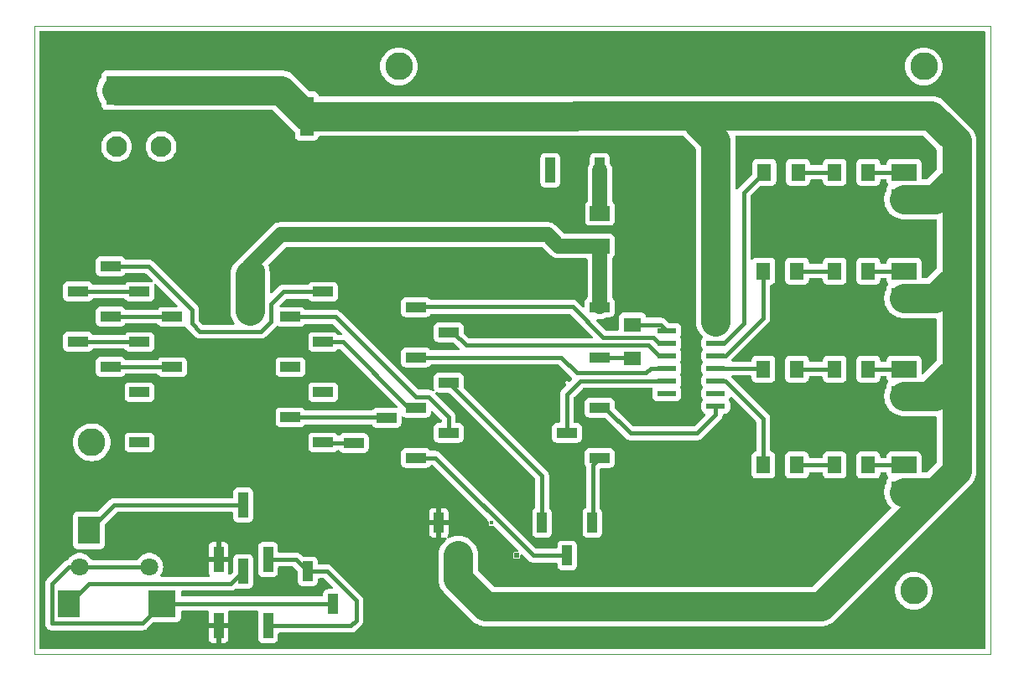
<source format=gbr>
%TF.GenerationSoftware,KiCad,Pcbnew,8.0.0*%
%TF.CreationDate,2024-05-13T13:12:53+03:00*%
%TF.ProjectId,led-zeppelin-board,6c65642d-7a65-4707-9065-6c696e2d626f,rev?*%
%TF.SameCoordinates,Original*%
%TF.FileFunction,Copper,L1,Top*%
%TF.FilePolarity,Positive*%
%FSLAX46Y46*%
G04 Gerber Fmt 4.6, Leading zero omitted, Abs format (unit mm)*
G04 Created by KiCad (PCBNEW 8.0.0) date 2024-05-13 13:12:53*
%MOMM*%
%LPD*%
G01*
G04 APERTURE LIST*
%TA.AperFunction,ComponentPad*%
%ADD10C,2.800000*%
%TD*%
%TA.AperFunction,SMDPad,CuDef*%
%ADD11R,1.000000X2.500000*%
%TD*%
%TA.AperFunction,SMDPad,CuDef*%
%ADD12R,1.700000X1.400000*%
%TD*%
%TA.AperFunction,SMDPad,CuDef*%
%ADD13R,1.400000X1.700000*%
%TD*%
%TA.AperFunction,SMDPad,CuDef*%
%ADD14R,2.500000X1.700000*%
%TD*%
%TA.AperFunction,SMDPad,CuDef*%
%ADD15R,2.000000X1.000000*%
%TD*%
%TA.AperFunction,SMDPad,CuDef*%
%ADD16R,1.000000X2.000000*%
%TD*%
%TA.AperFunction,SMDPad,CuDef*%
%ADD17R,0.500000X0.500000*%
%TD*%
%TA.AperFunction,SMDPad,CuDef*%
%ADD18R,0.400000X0.400000*%
%TD*%
%TA.AperFunction,SMDPad,CuDef*%
%ADD19R,2.200000X2.800000*%
%TD*%
%TA.AperFunction,SMDPad,CuDef*%
%ADD20R,2.800000X2.800000*%
%TD*%
%TA.AperFunction,ComponentPad*%
%ADD21C,1.800000*%
%TD*%
%TA.AperFunction,SMDPad,CuDef*%
%ADD22R,2.000000X3.000000*%
%TD*%
%TA.AperFunction,ComponentPad*%
%ADD23C,2.100000*%
%TD*%
%TA.AperFunction,SMDPad,CuDef*%
%ADD24R,2.000000X1.500000*%
%TD*%
%TA.AperFunction,SMDPad,CuDef*%
%ADD25R,1.400000X4.000000*%
%TD*%
%TA.AperFunction,SMDPad,CuDef*%
%ADD26R,1.950000X0.600000*%
%TD*%
%TA.AperFunction,SMDPad,CuDef*%
%ADD27R,0.100000X0.100000*%
%TD*%
%TA.AperFunction,Conductor*%
%ADD28C,0.400000*%
%TD*%
%TA.AperFunction,Conductor*%
%ADD29C,3.000000*%
%TD*%
%TA.AperFunction,Conductor*%
%ADD30C,1.500000*%
%TD*%
%TA.AperFunction,Profile*%
%ADD31C,0.050000*%
%TD*%
G04 APERTURE END LIST*
D10*
X121000000Y-59000000D03*
X120000000Y-112000000D03*
X68000000Y-59000000D03*
X37000000Y-97000000D03*
D11*
X49800000Y-108850000D03*
X52300000Y-103350000D03*
X54800000Y-108850000D03*
X54800000Y-115550000D03*
X52300000Y-110050000D03*
X49800000Y-115550000D03*
D12*
X91600000Y-85100000D03*
X91600000Y-88500000D03*
D13*
X112000000Y-99300000D03*
X115400000Y-99300000D03*
X112000000Y-89600000D03*
X115400000Y-89600000D03*
X112000000Y-79700000D03*
X115400000Y-79700000D03*
X112000000Y-69700000D03*
X115400000Y-69700000D03*
D14*
X119000000Y-82230000D03*
X119000000Y-79690000D03*
X119000000Y-77150000D03*
D15*
X41830000Y-97020000D03*
X45130000Y-94480000D03*
X41830000Y-91940000D03*
X45130000Y-89400000D03*
X41830000Y-86860000D03*
X45130000Y-84320000D03*
X41830000Y-81780000D03*
X60370000Y-81780000D03*
X57070000Y-84320000D03*
X60370000Y-86860000D03*
X57070000Y-89400000D03*
X60370000Y-91940000D03*
X57070000Y-94480000D03*
X60370000Y-97020000D03*
D11*
X83300000Y-69500000D03*
X85800000Y-64000000D03*
X88300000Y-69500000D03*
D13*
X108200000Y-99300000D03*
X104800000Y-99300000D03*
X108200000Y-89600000D03*
X104800000Y-89600000D03*
X104800000Y-79700000D03*
X108200000Y-79700000D03*
X108300000Y-69700000D03*
X104900000Y-69700000D03*
D15*
X38900000Y-79220000D03*
X35600000Y-81760000D03*
X38900000Y-84300000D03*
X35600000Y-86840000D03*
X38900000Y-89380000D03*
X63450000Y-97070000D03*
X66750000Y-94530000D03*
D16*
X74585000Y-108450000D03*
X72045000Y-105150000D03*
X87540000Y-105150000D03*
X85000000Y-108450000D03*
X82460000Y-105150000D03*
D17*
X79920000Y-108450000D03*
D18*
X77380000Y-105150000D03*
D19*
X36700000Y-105900000D03*
D20*
X44100000Y-113300000D03*
D21*
X35800000Y-109600000D03*
X42800000Y-109600000D03*
D19*
X34700000Y-113300000D03*
D16*
X61370000Y-113350000D03*
X58830000Y-110050000D03*
D14*
X119000000Y-101830000D03*
X119000000Y-99290000D03*
X119000000Y-96750000D03*
X119000000Y-92130000D03*
X119000000Y-89590000D03*
X119000000Y-87050000D03*
D22*
X39500000Y-72800000D03*
X45600000Y-72800000D03*
X45600000Y-61400000D03*
X39500000Y-61400000D03*
D23*
X44000000Y-67100000D03*
X39500000Y-67100000D03*
D14*
X119000000Y-67150000D03*
X119000000Y-69690000D03*
X119000000Y-72230000D03*
D24*
X88300000Y-77150000D03*
X88300000Y-73850000D03*
D25*
X58700000Y-64017500D03*
X58700000Y-70417500D03*
D26*
X95050000Y-85730000D03*
X95050000Y-87000000D03*
X95050000Y-88270000D03*
X95050000Y-89540000D03*
X95050000Y-90810000D03*
X95050000Y-92080000D03*
X95050000Y-93350000D03*
X100000000Y-93350000D03*
X100000000Y-92080000D03*
X100000000Y-90810000D03*
X100000000Y-89540000D03*
X100000000Y-88270000D03*
X100000000Y-87000000D03*
X100000000Y-85730000D03*
D15*
X88270000Y-83340000D03*
X84970000Y-85880000D03*
X88270000Y-88420000D03*
D27*
X84970000Y-90960000D03*
D15*
X88270000Y-93500000D03*
X84970000Y-96040000D03*
X88270000Y-98580000D03*
X69730000Y-98580000D03*
X73030000Y-96040000D03*
X69730000Y-93500000D03*
X73030000Y-90960000D03*
X69730000Y-88420000D03*
X73030000Y-85880000D03*
X69730000Y-83340000D03*
D28*
X35800000Y-109600000D02*
X42800000Y-109600000D01*
X33000000Y-111300000D02*
X34700000Y-109600000D01*
X34700000Y-109600000D02*
X35800000Y-109600000D01*
X33000000Y-115300000D02*
X33000000Y-111300000D01*
X44100000Y-113300000D02*
X42100000Y-115300000D01*
X42100000Y-115300000D02*
X33000000Y-115300000D01*
X94280184Y-88270000D02*
X95050000Y-88270000D01*
X93210184Y-87200000D02*
X94280184Y-88270000D01*
X74800000Y-87200000D02*
X93210184Y-87200000D01*
X73480000Y-85880000D02*
X74800000Y-87200000D01*
X73030000Y-85880000D02*
X73480000Y-85880000D01*
X94280184Y-87000000D02*
X95050000Y-87000000D01*
X93680184Y-86400000D02*
X94280184Y-87000000D01*
X88630000Y-86400000D02*
X93680184Y-86400000D01*
X85530000Y-83300000D02*
X88630000Y-86400000D01*
X69770000Y-83300000D02*
X85530000Y-83300000D01*
X69730000Y-83340000D02*
X69770000Y-83300000D01*
X93402500Y-89540000D02*
X95050000Y-89540000D01*
X92942500Y-90000000D02*
X93402500Y-89540000D01*
X84420000Y-88420000D02*
X86000000Y-90000000D01*
X69730000Y-88420000D02*
X84420000Y-88420000D01*
X86000000Y-90000000D02*
X92942500Y-90000000D01*
X36700000Y-111300000D02*
X34700000Y-113300000D01*
X51050000Y-111300000D02*
X36700000Y-111300000D01*
X52300000Y-110050000D02*
X51050000Y-111300000D01*
X63700000Y-115000000D02*
X63700000Y-113000000D01*
X63150000Y-115550000D02*
X63700000Y-115000000D01*
X63700000Y-113000000D02*
X60750000Y-110050000D01*
X54800000Y-115550000D02*
X63150000Y-115550000D01*
X60750000Y-110050000D02*
X58830000Y-110050000D01*
X57630000Y-108850000D02*
X58830000Y-110050000D01*
X54800000Y-108850000D02*
X57630000Y-108850000D01*
X39250000Y-103350000D02*
X36700000Y-105900000D01*
X52300000Y-103350000D02*
X39250000Y-103350000D01*
X71680000Y-98580000D02*
X81550000Y-108450000D01*
X81550000Y-108450000D02*
X85000000Y-108450000D01*
X69730000Y-98580000D02*
X71680000Y-98580000D01*
X61320000Y-113300000D02*
X61370000Y-113350000D01*
X44100000Y-113300000D02*
X61320000Y-113300000D01*
X84970000Y-92130000D02*
X86290000Y-90810000D01*
X86290000Y-90810000D02*
X95050000Y-90810000D01*
X84970000Y-96040000D02*
X84970000Y-92130000D01*
X98100000Y-96100000D02*
X100000000Y-94200000D01*
X88800000Y-93500000D02*
X91400000Y-96100000D01*
X100000000Y-94200000D02*
X100000000Y-93350000D01*
X88270000Y-93500000D02*
X88800000Y-93500000D01*
X91400000Y-96100000D02*
X98100000Y-96100000D01*
X94420000Y-85100000D02*
X95050000Y-85730000D01*
X91600000Y-85100000D02*
X94420000Y-85100000D01*
X91520000Y-88420000D02*
X91600000Y-88500000D01*
X88270000Y-88420000D02*
X91520000Y-88420000D01*
X91580000Y-88420000D02*
X91600000Y-88400000D01*
X69730000Y-88420000D02*
X69750000Y-88400000D01*
X87600000Y-105090000D02*
X87540000Y-105150000D01*
X87600000Y-99250000D02*
X87600000Y-105090000D01*
X88270000Y-98580000D02*
X87600000Y-99250000D01*
D29*
X74000000Y-109035000D02*
X74000000Y-108450000D01*
X74000000Y-110800000D02*
X74000000Y-109035000D01*
X76800000Y-113600000D02*
X74000000Y-110800000D01*
X124300000Y-99900000D02*
X110600000Y-113600000D01*
X110600000Y-113600000D02*
X76800000Y-113600000D01*
X124300000Y-99300000D02*
X124300000Y-99900000D01*
D28*
X82460000Y-100390000D02*
X82460000Y-105150000D01*
X73030000Y-90960000D02*
X82460000Y-100390000D01*
X73030000Y-94430000D02*
X73030000Y-96040000D01*
X71000000Y-92400000D02*
X73030000Y-94430000D01*
X69700000Y-92400000D02*
X71000000Y-92400000D01*
X61620000Y-84320000D02*
X69700000Y-92400000D01*
X57070000Y-84320000D02*
X61620000Y-84320000D01*
X62360000Y-86860000D02*
X69000000Y-93500000D01*
X60370000Y-86860000D02*
X62360000Y-86860000D01*
X69000000Y-93500000D02*
X69730000Y-93500000D01*
D29*
X124300000Y-70290000D02*
X122150000Y-72440000D01*
X124300000Y-69700000D02*
X124300000Y-70290000D01*
X124300000Y-69700000D02*
X124300000Y-79700000D01*
X122150000Y-72440000D02*
X119000000Y-72440000D01*
X124300000Y-66550000D02*
X124300000Y-69700000D01*
X122150000Y-82440000D02*
X119000000Y-82440000D01*
X124300000Y-79700000D02*
X124300000Y-80290000D01*
X124300000Y-80290000D02*
X122150000Y-82440000D01*
X124300000Y-79700000D02*
X124300000Y-89600000D01*
X122150000Y-92340000D02*
X119000000Y-92340000D01*
X124300000Y-89600000D02*
X122150000Y-91750000D01*
X122150000Y-91750000D02*
X122150000Y-92340000D01*
X124300000Y-89600000D02*
X124300000Y-99300000D01*
X122150000Y-102040000D02*
X119000000Y-102040000D01*
X124300000Y-99890000D02*
X122150000Y-102040000D01*
X124300000Y-99300000D02*
X124300000Y-99890000D01*
X121750000Y-64000000D02*
X124300000Y-66550000D01*
X114560000Y-64000000D02*
X121750000Y-64000000D01*
D28*
X108200000Y-99300000D02*
X112000000Y-99300000D01*
X108200000Y-89600000D02*
X112000000Y-89600000D01*
X108200000Y-79700000D02*
X112000000Y-79700000D01*
X108300000Y-69700000D02*
X112000000Y-69700000D01*
D29*
X100000000Y-66500000D02*
X100000000Y-84800000D01*
D30*
X53000000Y-79100000D02*
X53000000Y-80100000D01*
X83000000Y-76000000D02*
X56100000Y-76000000D01*
X84150000Y-77150000D02*
X83000000Y-76000000D01*
X56100000Y-76000000D02*
X53000000Y-79100000D01*
X88300000Y-77150000D02*
X84150000Y-77150000D01*
D28*
X118990000Y-99300000D02*
X119000000Y-99290000D01*
X115390000Y-99300000D02*
X118990000Y-99300000D01*
X118990000Y-89600000D02*
X119000000Y-89590000D01*
X115390000Y-89600000D02*
X118990000Y-89600000D01*
X118990000Y-79700000D02*
X119000000Y-79690000D01*
X115390000Y-79700000D02*
X118990000Y-79700000D01*
X118990000Y-69700000D02*
X119000000Y-69690000D01*
X115490000Y-69700000D02*
X118990000Y-69700000D01*
D29*
X97400000Y-64000000D02*
X114560000Y-64000000D01*
D28*
X104800000Y-94635001D02*
X104800000Y-99300000D01*
X100974999Y-90810000D02*
X104800000Y-94635001D01*
X100000000Y-90810000D02*
X100974999Y-90810000D01*
X104740000Y-89540000D02*
X104800000Y-89600000D01*
X100000000Y-89540000D02*
X104740000Y-89540000D01*
X100770000Y-87000000D02*
X100000000Y-87000000D01*
X102800000Y-84970000D02*
X100770000Y-87000000D01*
X102800000Y-71800000D02*
X102800000Y-84970000D01*
X104900000Y-69700000D02*
X102800000Y-71800000D01*
X104800000Y-84444999D02*
X100974999Y-88270000D01*
X104800000Y-79700000D02*
X104800000Y-84444999D01*
X100974999Y-88270000D02*
X100000000Y-88270000D01*
D29*
X97500000Y-64000000D02*
X97400000Y-64000000D01*
X100000000Y-66500000D02*
X97500000Y-64000000D01*
X85800000Y-64000000D02*
X97400000Y-64000000D01*
D28*
X42730000Y-79220000D02*
X38900000Y-79220000D01*
X47100000Y-83590000D02*
X42730000Y-79220000D01*
X47100000Y-85000000D02*
X47100000Y-83590000D01*
X47900000Y-85800000D02*
X47100000Y-85000000D01*
X54100000Y-85800000D02*
X47900000Y-85800000D01*
X55100000Y-84800000D02*
X54100000Y-85800000D01*
X55100000Y-83000000D02*
X55100000Y-84800000D01*
X56320000Y-81780000D02*
X55100000Y-83000000D01*
X60370000Y-81780000D02*
X56320000Y-81780000D01*
D29*
X53000000Y-80100000D02*
X53000000Y-83700000D01*
D30*
X53700000Y-79600000D02*
X53500000Y-79600000D01*
D28*
X35600000Y-81760000D02*
X41810000Y-81760000D01*
X60420000Y-97070000D02*
X60370000Y-97020000D01*
X63550000Y-97070000D02*
X60420000Y-97070000D01*
X66800000Y-94480000D02*
X66850000Y-94530000D01*
X45110000Y-84300000D02*
X45130000Y-84320000D01*
X41810000Y-81760000D02*
X41830000Y-81780000D01*
X38900000Y-84300000D02*
X45110000Y-84300000D01*
X35600000Y-86840000D02*
X41810000Y-86840000D01*
X41810000Y-86840000D02*
X41830000Y-86860000D01*
X45110000Y-89380000D02*
X45130000Y-89400000D01*
X38900000Y-89380000D02*
X45110000Y-89380000D01*
X57070000Y-94480000D02*
X66800000Y-94480000D01*
X60370000Y-81650000D02*
X60370000Y-81780000D01*
X88300000Y-83310000D02*
X88270000Y-83340000D01*
D30*
X88300000Y-77150000D02*
X88300000Y-83310000D01*
X88300000Y-69500000D02*
X88300000Y-73850000D01*
D29*
X45600000Y-61400000D02*
X52000000Y-61400000D01*
X52000000Y-61400000D02*
X56082500Y-61400000D01*
X85782500Y-64017500D02*
X85800000Y-64000000D01*
X58700000Y-64017500D02*
X85782500Y-64017500D01*
X56082500Y-61400000D02*
X58700000Y-64017500D01*
X39500000Y-61400000D02*
X45600000Y-61400000D01*
%TA.AperFunction,Conductor*%
G36*
X127142539Y-55420185D02*
G01*
X127188294Y-55472989D01*
X127199500Y-55524500D01*
X127199500Y-117775500D01*
X127179815Y-117842539D01*
X127127011Y-117888294D01*
X127075500Y-117899500D01*
X31824500Y-117899500D01*
X31757461Y-117879815D01*
X31711706Y-117827011D01*
X31700500Y-117775500D01*
X31700500Y-115368994D01*
X32299500Y-115368994D01*
X32326418Y-115504322D01*
X32326421Y-115504332D01*
X32379221Y-115631804D01*
X32379228Y-115631817D01*
X32455885Y-115746541D01*
X32455888Y-115746545D01*
X32553454Y-115844111D01*
X32553458Y-115844114D01*
X32668182Y-115920771D01*
X32668195Y-115920778D01*
X32795667Y-115973578D01*
X32795672Y-115973580D01*
X32795676Y-115973580D01*
X32795677Y-115973581D01*
X32931004Y-116000500D01*
X32931007Y-116000500D01*
X42168996Y-116000500D01*
X42260040Y-115982389D01*
X42304328Y-115973580D01*
X42368069Y-115947177D01*
X42431807Y-115920777D01*
X42431808Y-115920776D01*
X42431811Y-115920775D01*
X42546543Y-115844114D01*
X42590657Y-115800000D01*
X48800000Y-115800000D01*
X48800000Y-116847844D01*
X48806401Y-116907372D01*
X48806403Y-116907379D01*
X48856645Y-117042086D01*
X48856649Y-117042093D01*
X48942809Y-117157187D01*
X48942812Y-117157190D01*
X49057906Y-117243350D01*
X49057913Y-117243354D01*
X49192620Y-117293596D01*
X49192627Y-117293598D01*
X49252155Y-117299999D01*
X49252172Y-117300000D01*
X49550000Y-117300000D01*
X49550000Y-115800000D01*
X50050000Y-115800000D01*
X50050000Y-117300000D01*
X50347828Y-117300000D01*
X50347844Y-117299999D01*
X50407372Y-117293598D01*
X50407379Y-117293596D01*
X50542086Y-117243354D01*
X50542093Y-117243350D01*
X50657187Y-117157190D01*
X50657190Y-117157187D01*
X50743350Y-117042093D01*
X50743354Y-117042086D01*
X50793596Y-116907379D01*
X50793598Y-116907372D01*
X50799999Y-116847844D01*
X50800000Y-116847827D01*
X50800000Y-115800000D01*
X50050000Y-115800000D01*
X49550000Y-115800000D01*
X48800000Y-115800000D01*
X42590657Y-115800000D01*
X43153838Y-115236817D01*
X43215161Y-115203333D01*
X43241519Y-115200499D01*
X45547871Y-115200499D01*
X45547872Y-115200499D01*
X45607483Y-115194091D01*
X45742331Y-115143796D01*
X45857546Y-115057546D01*
X45943796Y-114942331D01*
X45994091Y-114807483D01*
X46000500Y-114747873D01*
X46000500Y-114124500D01*
X46020185Y-114057461D01*
X46072989Y-114011706D01*
X46124500Y-114000500D01*
X48699466Y-114000500D01*
X48766505Y-114020185D01*
X48812260Y-114072989D01*
X48822204Y-114142147D01*
X48815648Y-114167832D01*
X48806403Y-114192617D01*
X48806401Y-114192627D01*
X48800000Y-114252155D01*
X48800000Y-115300000D01*
X50800000Y-115300000D01*
X50800000Y-114252172D01*
X50799999Y-114252155D01*
X50793598Y-114192627D01*
X50793596Y-114192617D01*
X50784352Y-114167832D01*
X50779368Y-114098141D01*
X50812854Y-114036818D01*
X50874177Y-114003334D01*
X50900534Y-114000500D01*
X53698933Y-114000500D01*
X53765972Y-114020185D01*
X53811727Y-114072989D01*
X53821671Y-114142147D01*
X53815115Y-114167832D01*
X53805909Y-114192514D01*
X53805908Y-114192516D01*
X53800141Y-114246161D01*
X53799501Y-114252123D01*
X53799500Y-114252135D01*
X53799500Y-116847870D01*
X53799501Y-116847876D01*
X53805908Y-116907483D01*
X53856202Y-117042328D01*
X53856206Y-117042335D01*
X53942452Y-117157544D01*
X53942455Y-117157547D01*
X54057664Y-117243793D01*
X54057671Y-117243797D01*
X54192517Y-117294091D01*
X54192516Y-117294091D01*
X54199444Y-117294835D01*
X54252127Y-117300500D01*
X55347872Y-117300499D01*
X55407483Y-117294091D01*
X55542331Y-117243796D01*
X55657546Y-117157546D01*
X55743796Y-117042331D01*
X55794091Y-116907483D01*
X55800500Y-116847873D01*
X55800500Y-116374500D01*
X55820185Y-116307461D01*
X55872989Y-116261706D01*
X55924500Y-116250500D01*
X63218996Y-116250500D01*
X63310040Y-116232389D01*
X63354328Y-116223580D01*
X63418069Y-116197177D01*
X63481807Y-116170777D01*
X63481808Y-116170776D01*
X63481811Y-116170775D01*
X63596543Y-116094114D01*
X64244113Y-115446543D01*
X64283021Y-115388313D01*
X64295932Y-115368992D01*
X64320774Y-115331813D01*
X64320774Y-115331812D01*
X64320775Y-115331811D01*
X64373580Y-115204328D01*
X64374342Y-115200500D01*
X64378934Y-115177409D01*
X64392883Y-115107284D01*
X64400500Y-115068995D01*
X64400500Y-112931006D01*
X64393035Y-112893479D01*
X64385074Y-112853458D01*
X64383933Y-112847724D01*
X64380451Y-112830217D01*
X64373580Y-112795672D01*
X64320775Y-112668189D01*
X64244114Y-112553457D01*
X64244112Y-112553454D01*
X61196545Y-109505887D01*
X61081807Y-109429222D01*
X60954332Y-109376421D01*
X60954322Y-109376418D01*
X60818996Y-109349500D01*
X60818994Y-109349500D01*
X60818993Y-109349500D01*
X59954499Y-109349500D01*
X59887460Y-109329815D01*
X59841705Y-109277011D01*
X59830499Y-109225500D01*
X59830499Y-109002129D01*
X59830498Y-109002123D01*
X59829637Y-108994114D01*
X59824091Y-108942517D01*
X59818087Y-108926420D01*
X59773797Y-108807671D01*
X59773793Y-108807664D01*
X59687547Y-108692455D01*
X59687544Y-108692452D01*
X59572335Y-108606206D01*
X59572328Y-108606202D01*
X59437482Y-108555908D01*
X59437483Y-108555908D01*
X59377883Y-108549501D01*
X59377881Y-108549500D01*
X59377873Y-108549500D01*
X59377865Y-108549500D01*
X58371519Y-108549500D01*
X58304480Y-108529815D01*
X58283838Y-108513181D01*
X58076546Y-108305888D01*
X58076545Y-108305887D01*
X57961807Y-108229222D01*
X57834332Y-108176421D01*
X57834322Y-108176418D01*
X57698996Y-108149500D01*
X57698994Y-108149500D01*
X57698993Y-108149500D01*
X55924499Y-108149500D01*
X55857460Y-108129815D01*
X55811705Y-108077011D01*
X55800499Y-108025500D01*
X55800499Y-107552129D01*
X55800498Y-107552123D01*
X55800497Y-107552116D01*
X55794091Y-107492517D01*
X55762375Y-107407483D01*
X55743797Y-107357671D01*
X55743793Y-107357664D01*
X55657547Y-107242455D01*
X55657544Y-107242452D01*
X55542335Y-107156206D01*
X55542328Y-107156202D01*
X55407482Y-107105908D01*
X55407483Y-107105908D01*
X55347883Y-107099501D01*
X55347881Y-107099500D01*
X55347873Y-107099500D01*
X55347864Y-107099500D01*
X54252129Y-107099500D01*
X54252123Y-107099501D01*
X54192516Y-107105908D01*
X54057671Y-107156202D01*
X54057664Y-107156206D01*
X53942455Y-107242452D01*
X53942452Y-107242455D01*
X53856206Y-107357664D01*
X53856202Y-107357671D01*
X53805908Y-107492517D01*
X53799501Y-107552116D01*
X53799501Y-107552123D01*
X53799500Y-107552135D01*
X53799500Y-110147870D01*
X53799501Y-110147876D01*
X53805908Y-110207483D01*
X53856202Y-110342328D01*
X53856206Y-110342335D01*
X53942452Y-110457544D01*
X53942455Y-110457547D01*
X54057664Y-110543793D01*
X54057671Y-110543797D01*
X54192517Y-110594091D01*
X54192516Y-110594091D01*
X54199444Y-110594835D01*
X54252127Y-110600500D01*
X55347872Y-110600499D01*
X55407483Y-110594091D01*
X55542331Y-110543796D01*
X55657546Y-110457546D01*
X55743796Y-110342331D01*
X55794091Y-110207483D01*
X55800500Y-110147873D01*
X55800500Y-109674500D01*
X55820185Y-109607461D01*
X55872989Y-109561706D01*
X55924500Y-109550500D01*
X57288481Y-109550500D01*
X57355520Y-109570185D01*
X57376162Y-109586819D01*
X57793181Y-110003838D01*
X57826666Y-110065161D01*
X57829500Y-110091519D01*
X57829500Y-111097870D01*
X57829501Y-111097876D01*
X57835908Y-111157483D01*
X57886202Y-111292328D01*
X57886206Y-111292335D01*
X57972452Y-111407544D01*
X57972455Y-111407547D01*
X58087664Y-111493793D01*
X58087671Y-111493797D01*
X58222517Y-111544091D01*
X58222516Y-111544091D01*
X58229444Y-111544835D01*
X58282127Y-111550500D01*
X59377872Y-111550499D01*
X59437483Y-111544091D01*
X59572331Y-111493796D01*
X59687546Y-111407546D01*
X59773796Y-111292331D01*
X59824091Y-111157483D01*
X59830500Y-111097873D01*
X59830500Y-110874500D01*
X59850185Y-110807461D01*
X59902989Y-110761706D01*
X59954500Y-110750500D01*
X60408481Y-110750500D01*
X60475520Y-110770185D01*
X60496162Y-110786819D01*
X61347162Y-111637819D01*
X61380647Y-111699142D01*
X61375663Y-111768834D01*
X61333791Y-111824767D01*
X61268327Y-111849184D01*
X61259481Y-111849500D01*
X60822129Y-111849500D01*
X60822123Y-111849501D01*
X60762516Y-111855908D01*
X60627671Y-111906202D01*
X60627664Y-111906206D01*
X60512455Y-111992452D01*
X60512452Y-111992455D01*
X60426206Y-112107664D01*
X60426202Y-112107671D01*
X60375908Y-112242517D01*
X60369501Y-112302116D01*
X60369500Y-112302135D01*
X60369500Y-112475500D01*
X60349815Y-112542539D01*
X60297011Y-112588294D01*
X60245500Y-112599500D01*
X46124499Y-112599500D01*
X46057460Y-112579815D01*
X46011705Y-112527011D01*
X46000499Y-112475500D01*
X46000499Y-112124500D01*
X46020184Y-112057461D01*
X46072988Y-112011706D01*
X46124499Y-112000500D01*
X51118996Y-112000500D01*
X51210040Y-111982389D01*
X51254328Y-111973580D01*
X51318069Y-111947177D01*
X51381807Y-111920777D01*
X51381808Y-111920776D01*
X51381811Y-111920775D01*
X51496543Y-111844114D01*
X51529865Y-111810791D01*
X51591186Y-111777306D01*
X51660877Y-111782289D01*
X51692517Y-111794091D01*
X51752127Y-111800500D01*
X52847872Y-111800499D01*
X52907483Y-111794091D01*
X53042331Y-111743796D01*
X53157546Y-111657546D01*
X53243796Y-111542331D01*
X53294091Y-111407483D01*
X53300500Y-111347873D01*
X53300499Y-108752128D01*
X53294091Y-108692517D01*
X53261898Y-108606204D01*
X53243797Y-108557671D01*
X53243793Y-108557664D01*
X53157547Y-108442455D01*
X53157544Y-108442452D01*
X53042335Y-108356206D01*
X53042328Y-108356202D01*
X52907482Y-108305908D01*
X52907483Y-108305908D01*
X52847883Y-108299501D01*
X52847881Y-108299500D01*
X52847873Y-108299500D01*
X52847864Y-108299500D01*
X51752129Y-108299500D01*
X51752123Y-108299501D01*
X51692516Y-108305908D01*
X51557671Y-108356202D01*
X51557664Y-108356206D01*
X51442455Y-108442452D01*
X51442452Y-108442455D01*
X51356206Y-108557664D01*
X51356202Y-108557671D01*
X51305908Y-108692517D01*
X51300888Y-108739213D01*
X51299501Y-108752123D01*
X51299500Y-108752135D01*
X51299500Y-110008480D01*
X51279815Y-110075519D01*
X51263181Y-110096161D01*
X50983487Y-110375854D01*
X50922164Y-110409339D01*
X50852472Y-110404355D01*
X50796539Y-110362483D01*
X50772122Y-110297019D01*
X50779625Y-110244838D01*
X50793596Y-110207380D01*
X50793598Y-110207372D01*
X50799999Y-110147844D01*
X50800000Y-110147827D01*
X50800000Y-109100000D01*
X48800000Y-109100000D01*
X48800000Y-110147844D01*
X48806401Y-110207372D01*
X48806403Y-110207379D01*
X48856645Y-110342086D01*
X48856647Y-110342089D01*
X48900889Y-110401188D01*
X48925307Y-110466652D01*
X48910456Y-110534926D01*
X48861051Y-110584331D01*
X48801623Y-110599500D01*
X44049031Y-110599500D01*
X43981992Y-110579815D01*
X43936237Y-110527011D01*
X43926293Y-110457853D01*
X43945221Y-110407680D01*
X44035924Y-110268849D01*
X44129157Y-110056300D01*
X44186134Y-109831305D01*
X44188103Y-109807544D01*
X44205300Y-109600006D01*
X44205300Y-109599993D01*
X44186135Y-109368702D01*
X44186133Y-109368691D01*
X44129157Y-109143699D01*
X44035924Y-108931151D01*
X43908983Y-108736852D01*
X43908980Y-108736849D01*
X43908979Y-108736847D01*
X43783003Y-108600000D01*
X48800000Y-108600000D01*
X49550000Y-108600000D01*
X49550000Y-107100000D01*
X50050000Y-107100000D01*
X50050000Y-108600000D01*
X50800000Y-108600000D01*
X50800000Y-107552172D01*
X50799999Y-107552155D01*
X50793598Y-107492627D01*
X50793596Y-107492620D01*
X50743354Y-107357913D01*
X50743350Y-107357906D01*
X50657190Y-107242812D01*
X50657187Y-107242809D01*
X50542093Y-107156649D01*
X50542086Y-107156645D01*
X50407379Y-107106403D01*
X50407372Y-107106401D01*
X50347844Y-107100000D01*
X50050000Y-107100000D01*
X49550000Y-107100000D01*
X49252155Y-107100000D01*
X49192627Y-107106401D01*
X49192620Y-107106403D01*
X49057913Y-107156645D01*
X49057906Y-107156649D01*
X48942812Y-107242809D01*
X48942809Y-107242812D01*
X48856649Y-107357906D01*
X48856645Y-107357913D01*
X48806403Y-107492620D01*
X48806401Y-107492627D01*
X48800000Y-107552155D01*
X48800000Y-108600000D01*
X43783003Y-108600000D01*
X43751784Y-108566087D01*
X43751779Y-108566083D01*
X43751777Y-108566081D01*
X43568634Y-108423535D01*
X43568628Y-108423531D01*
X43364504Y-108313064D01*
X43364495Y-108313061D01*
X43144984Y-108237702D01*
X42973282Y-108209050D01*
X42916049Y-108199500D01*
X42683951Y-108199500D01*
X42638164Y-108207140D01*
X42455015Y-108237702D01*
X42235504Y-108313061D01*
X42235495Y-108313064D01*
X42031371Y-108423531D01*
X42031365Y-108423535D01*
X41848222Y-108566081D01*
X41848219Y-108566084D01*
X41691016Y-108736852D01*
X41621458Y-108843321D01*
X41568312Y-108888678D01*
X41517649Y-108899500D01*
X37082351Y-108899500D01*
X37015312Y-108879815D01*
X36978542Y-108843321D01*
X36908983Y-108736852D01*
X36908980Y-108736849D01*
X36908979Y-108736847D01*
X36751784Y-108566087D01*
X36751779Y-108566083D01*
X36751777Y-108566081D01*
X36568634Y-108423535D01*
X36568628Y-108423531D01*
X36364504Y-108313064D01*
X36364495Y-108313061D01*
X36144984Y-108237702D01*
X35973282Y-108209050D01*
X35916049Y-108199500D01*
X35683951Y-108199500D01*
X35638164Y-108207140D01*
X35455015Y-108237702D01*
X35235504Y-108313061D01*
X35235495Y-108313064D01*
X35031371Y-108423531D01*
X35031365Y-108423535D01*
X34848222Y-108566081D01*
X34848219Y-108566084D01*
X34848216Y-108566086D01*
X34848216Y-108566087D01*
X34715827Y-108709901D01*
X34691015Y-108736854D01*
X34606348Y-108866446D01*
X34553202Y-108911803D01*
X34526733Y-108920241D01*
X34495676Y-108926418D01*
X34495667Y-108926421D01*
X34368192Y-108979222D01*
X34253454Y-109055887D01*
X32455887Y-110853454D01*
X32379222Y-110968192D01*
X32326421Y-111095667D01*
X32326418Y-111095679D01*
X32303980Y-111208484D01*
X32303980Y-111208487D01*
X32299500Y-111231006D01*
X32299500Y-115368994D01*
X31700500Y-115368994D01*
X31700500Y-107347870D01*
X35099500Y-107347870D01*
X35099501Y-107347876D01*
X35105908Y-107407483D01*
X35156202Y-107542328D01*
X35156206Y-107542335D01*
X35242452Y-107657544D01*
X35242455Y-107657547D01*
X35357664Y-107743793D01*
X35357671Y-107743797D01*
X35492517Y-107794091D01*
X35492516Y-107794091D01*
X35499444Y-107794835D01*
X35552127Y-107800500D01*
X37847872Y-107800499D01*
X37907483Y-107794091D01*
X38042331Y-107743796D01*
X38157546Y-107657546D01*
X38243796Y-107542331D01*
X38294091Y-107407483D01*
X38300500Y-107347873D01*
X38300499Y-105400000D01*
X71045000Y-105400000D01*
X71045000Y-106197844D01*
X71051401Y-106257372D01*
X71051403Y-106257379D01*
X71101645Y-106392086D01*
X71101649Y-106392093D01*
X71187809Y-106507187D01*
X71187812Y-106507190D01*
X71302906Y-106593350D01*
X71302913Y-106593354D01*
X71437620Y-106643596D01*
X71437627Y-106643598D01*
X71497155Y-106649999D01*
X71497172Y-106650000D01*
X71795000Y-106650000D01*
X71795000Y-105400000D01*
X71045000Y-105400000D01*
X38300499Y-105400000D01*
X38300499Y-105341518D01*
X38320184Y-105274480D01*
X38336818Y-105253838D01*
X39503838Y-104086819D01*
X39565161Y-104053334D01*
X39591519Y-104050500D01*
X51175501Y-104050500D01*
X51242540Y-104070185D01*
X51288295Y-104122989D01*
X51299501Y-104174500D01*
X51299501Y-104647876D01*
X51305908Y-104707483D01*
X51356202Y-104842328D01*
X51356206Y-104842335D01*
X51442452Y-104957544D01*
X51442455Y-104957547D01*
X51557664Y-105043793D01*
X51557671Y-105043797D01*
X51692517Y-105094091D01*
X51692516Y-105094091D01*
X51699444Y-105094835D01*
X51752127Y-105100500D01*
X52847872Y-105100499D01*
X52907483Y-105094091D01*
X53042331Y-105043796D01*
X53157546Y-104957546D01*
X53200625Y-104900000D01*
X71045000Y-104900000D01*
X71795000Y-104900000D01*
X71795000Y-103650000D01*
X72295000Y-103650000D01*
X72295000Y-104900000D01*
X73045000Y-104900000D01*
X73045000Y-104102172D01*
X73044999Y-104102155D01*
X73038598Y-104042627D01*
X73038596Y-104042620D01*
X72988354Y-103907913D01*
X72988350Y-103907906D01*
X72902190Y-103792812D01*
X72902187Y-103792809D01*
X72787093Y-103706649D01*
X72787086Y-103706645D01*
X72652379Y-103656403D01*
X72652372Y-103656401D01*
X72592844Y-103650000D01*
X72295000Y-103650000D01*
X71795000Y-103650000D01*
X71497155Y-103650000D01*
X71437627Y-103656401D01*
X71437620Y-103656403D01*
X71302913Y-103706645D01*
X71302906Y-103706649D01*
X71187812Y-103792809D01*
X71187809Y-103792812D01*
X71101649Y-103907906D01*
X71101645Y-103907913D01*
X71051403Y-104042620D01*
X71051401Y-104042627D01*
X71045000Y-104102155D01*
X71045000Y-104900000D01*
X53200625Y-104900000D01*
X53243796Y-104842331D01*
X53294091Y-104707483D01*
X53300500Y-104647873D01*
X53300499Y-102052128D01*
X53294091Y-101992517D01*
X53262896Y-101908880D01*
X53243797Y-101857671D01*
X53243793Y-101857664D01*
X53157547Y-101742455D01*
X53157544Y-101742452D01*
X53042335Y-101656206D01*
X53042328Y-101656202D01*
X52907482Y-101605908D01*
X52907483Y-101605908D01*
X52847883Y-101599501D01*
X52847881Y-101599500D01*
X52847873Y-101599500D01*
X52847864Y-101599500D01*
X51752129Y-101599500D01*
X51752123Y-101599501D01*
X51692516Y-101605908D01*
X51557671Y-101656202D01*
X51557664Y-101656206D01*
X51442455Y-101742452D01*
X51442452Y-101742455D01*
X51356206Y-101857664D01*
X51356202Y-101857671D01*
X51305908Y-101992517D01*
X51299501Y-102052116D01*
X51299501Y-102052123D01*
X51299500Y-102052135D01*
X51299500Y-102525500D01*
X51279815Y-102592539D01*
X51227011Y-102638294D01*
X51175500Y-102649500D01*
X39181004Y-102649500D01*
X39045677Y-102676418D01*
X39045667Y-102676421D01*
X38918192Y-102729222D01*
X38803454Y-102805887D01*
X37646160Y-103963181D01*
X37584837Y-103996666D01*
X37558479Y-103999500D01*
X35552129Y-103999500D01*
X35552123Y-103999501D01*
X35492516Y-104005908D01*
X35357671Y-104056202D01*
X35357664Y-104056206D01*
X35242455Y-104142452D01*
X35242452Y-104142455D01*
X35156206Y-104257664D01*
X35156202Y-104257671D01*
X35105908Y-104392517D01*
X35099501Y-104452116D01*
X35099500Y-104452135D01*
X35099500Y-107347870D01*
X31700500Y-107347870D01*
X31700500Y-99127870D01*
X68229500Y-99127870D01*
X68229501Y-99127876D01*
X68235908Y-99187483D01*
X68286202Y-99322328D01*
X68286206Y-99322335D01*
X68372452Y-99437544D01*
X68372455Y-99437547D01*
X68487664Y-99523793D01*
X68487671Y-99523797D01*
X68622517Y-99574091D01*
X68622516Y-99574091D01*
X68629444Y-99574835D01*
X68682127Y-99580500D01*
X70777872Y-99580499D01*
X70837483Y-99574091D01*
X70972331Y-99523796D01*
X71087546Y-99437546D01*
X71167914Y-99330188D01*
X71223847Y-99288318D01*
X71267180Y-99280500D01*
X71338481Y-99280500D01*
X71405520Y-99300185D01*
X71426162Y-99316819D01*
X77043181Y-104933838D01*
X77076666Y-104995161D01*
X77079500Y-105021519D01*
X77079500Y-105359894D01*
X77079501Y-105359902D01*
X77085330Y-105389212D01*
X77107542Y-105422457D01*
X77124219Y-105433599D01*
X77140787Y-105444669D01*
X77140790Y-105444669D01*
X77140791Y-105444670D01*
X77150647Y-105446630D01*
X77170101Y-105450500D01*
X77508480Y-105450499D01*
X77575519Y-105470183D01*
X77596161Y-105486818D01*
X79997162Y-107887819D01*
X80030647Y-107949142D01*
X80025663Y-108018834D01*
X79983791Y-108074767D01*
X79918327Y-108099184D01*
X79909481Y-108099500D01*
X79660105Y-108099500D01*
X79660097Y-108099501D01*
X79630787Y-108105330D01*
X79597542Y-108127542D01*
X79575332Y-108160785D01*
X79575329Y-108160791D01*
X79569500Y-108190098D01*
X79569500Y-108709894D01*
X79569501Y-108709902D01*
X79575330Y-108739212D01*
X79597542Y-108772457D01*
X79614219Y-108783599D01*
X79630787Y-108794669D01*
X79630790Y-108794669D01*
X79630791Y-108794670D01*
X79640647Y-108796630D01*
X79660101Y-108800500D01*
X80179898Y-108800499D01*
X80209213Y-108794669D01*
X80242457Y-108772457D01*
X80264669Y-108739213D01*
X80270500Y-108709899D01*
X80270499Y-108460516D01*
X80290183Y-108393479D01*
X80342987Y-108347724D01*
X80412146Y-108337780D01*
X80475701Y-108366805D01*
X80482180Y-108372837D01*
X81103453Y-108994111D01*
X81103454Y-108994112D01*
X81218192Y-109070777D01*
X81345667Y-109123578D01*
X81345672Y-109123580D01*
X81345676Y-109123580D01*
X81345677Y-109123581D01*
X81481003Y-109150500D01*
X81481006Y-109150500D01*
X81481007Y-109150500D01*
X83875501Y-109150500D01*
X83942540Y-109170185D01*
X83988295Y-109222989D01*
X83999501Y-109274500D01*
X83999501Y-109497876D01*
X84005908Y-109557483D01*
X84056202Y-109692328D01*
X84056206Y-109692335D01*
X84142452Y-109807544D01*
X84142455Y-109807547D01*
X84257664Y-109893793D01*
X84257671Y-109893797D01*
X84392517Y-109944091D01*
X84392516Y-109944091D01*
X84399444Y-109944835D01*
X84452127Y-109950500D01*
X85547872Y-109950499D01*
X85607483Y-109944091D01*
X85742331Y-109893796D01*
X85857546Y-109807546D01*
X85943796Y-109692331D01*
X85994091Y-109557483D01*
X86000500Y-109497873D01*
X86000499Y-107402128D01*
X85994091Y-107342517D01*
X85991733Y-107336196D01*
X85943797Y-107207671D01*
X85943793Y-107207664D01*
X85857547Y-107092455D01*
X85857544Y-107092452D01*
X85742335Y-107006206D01*
X85742328Y-107006202D01*
X85607482Y-106955908D01*
X85607483Y-106955908D01*
X85547883Y-106949501D01*
X85547881Y-106949500D01*
X85547873Y-106949500D01*
X85547864Y-106949500D01*
X84452129Y-106949500D01*
X84452123Y-106949501D01*
X84392516Y-106955908D01*
X84257671Y-107006202D01*
X84257664Y-107006206D01*
X84142455Y-107092452D01*
X84142452Y-107092455D01*
X84056206Y-107207664D01*
X84056202Y-107207671D01*
X84005908Y-107342517D01*
X83999501Y-107402116D01*
X83999501Y-107402123D01*
X83999500Y-107402135D01*
X83999500Y-107625500D01*
X83979815Y-107692539D01*
X83927011Y-107738294D01*
X83875500Y-107749500D01*
X81891519Y-107749500D01*
X81824480Y-107729815D01*
X81803838Y-107713181D01*
X72126546Y-98035888D01*
X72126545Y-98035887D01*
X72011807Y-97959222D01*
X71884332Y-97906421D01*
X71884322Y-97906418D01*
X71748996Y-97879500D01*
X71748994Y-97879500D01*
X71748993Y-97879500D01*
X71267180Y-97879500D01*
X71200141Y-97859815D01*
X71167913Y-97829811D01*
X71160710Y-97820189D01*
X71087546Y-97722454D01*
X71027473Y-97677483D01*
X70972335Y-97636206D01*
X70972328Y-97636202D01*
X70837482Y-97585908D01*
X70837483Y-97585908D01*
X70777883Y-97579501D01*
X70777881Y-97579500D01*
X70777873Y-97579500D01*
X70777864Y-97579500D01*
X68682129Y-97579500D01*
X68682123Y-97579501D01*
X68622516Y-97585908D01*
X68487671Y-97636202D01*
X68487664Y-97636206D01*
X68372455Y-97722452D01*
X68372452Y-97722455D01*
X68286206Y-97837664D01*
X68286202Y-97837671D01*
X68235908Y-97972517D01*
X68229501Y-98032116D01*
X68229501Y-98032123D01*
X68229500Y-98032135D01*
X68229500Y-99127870D01*
X31700500Y-99127870D01*
X31700500Y-97000001D01*
X35094645Y-97000001D01*
X35114039Y-97271160D01*
X35114040Y-97271167D01*
X35171823Y-97536793D01*
X35171825Y-97536801D01*
X35241070Y-97722454D01*
X35266830Y-97791519D01*
X35397109Y-98030107D01*
X35397110Y-98030108D01*
X35397113Y-98030113D01*
X35560029Y-98247742D01*
X35560033Y-98247746D01*
X35560038Y-98247752D01*
X35752247Y-98439961D01*
X35752253Y-98439966D01*
X35752258Y-98439971D01*
X35969887Y-98602887D01*
X35969891Y-98602889D01*
X35969892Y-98602890D01*
X36208481Y-98733169D01*
X36208480Y-98733169D01*
X36208484Y-98733170D01*
X36208487Y-98733172D01*
X36463199Y-98828175D01*
X36728840Y-98885961D01*
X36980605Y-98903967D01*
X36999999Y-98905355D01*
X37000000Y-98905355D01*
X37000001Y-98905355D01*
X37018100Y-98904060D01*
X37271160Y-98885961D01*
X37536801Y-98828175D01*
X37791513Y-98733172D01*
X37791517Y-98733169D01*
X37791519Y-98733169D01*
X37910813Y-98668029D01*
X38030113Y-98602887D01*
X38247742Y-98439971D01*
X38439971Y-98247742D01*
X38602887Y-98030113D01*
X38689126Y-97872177D01*
X38733169Y-97791519D01*
X38733169Y-97791517D01*
X38733172Y-97791513D01*
X38816587Y-97567870D01*
X40329500Y-97567870D01*
X40329501Y-97567876D01*
X40335908Y-97627483D01*
X40386202Y-97762328D01*
X40386206Y-97762335D01*
X40472452Y-97877544D01*
X40472455Y-97877547D01*
X40587664Y-97963793D01*
X40587671Y-97963797D01*
X40722517Y-98014091D01*
X40722516Y-98014091D01*
X40729444Y-98014835D01*
X40782127Y-98020500D01*
X42877872Y-98020499D01*
X42937483Y-98014091D01*
X43072331Y-97963796D01*
X43187546Y-97877546D01*
X43273796Y-97762331D01*
X43324091Y-97627483D01*
X43330500Y-97567873D01*
X43330500Y-97567870D01*
X58869500Y-97567870D01*
X58869501Y-97567876D01*
X58875908Y-97627483D01*
X58926202Y-97762328D01*
X58926206Y-97762335D01*
X59012452Y-97877544D01*
X59012455Y-97877547D01*
X59127664Y-97963793D01*
X59127671Y-97963797D01*
X59262517Y-98014091D01*
X59262516Y-98014091D01*
X59269444Y-98014835D01*
X59322127Y-98020500D01*
X61417872Y-98020499D01*
X61477483Y-98014091D01*
X61612331Y-97963796D01*
X61727546Y-97877546D01*
X61757402Y-97837664D01*
X61770485Y-97820188D01*
X61826419Y-97778318D01*
X61869751Y-97770500D01*
X61912820Y-97770500D01*
X61979859Y-97790185D01*
X62012085Y-97820187D01*
X62092454Y-97927546D01*
X62127958Y-97954124D01*
X62207664Y-98013793D01*
X62207671Y-98013797D01*
X62342517Y-98064091D01*
X62342516Y-98064091D01*
X62349444Y-98064835D01*
X62402127Y-98070500D01*
X64497872Y-98070499D01*
X64557483Y-98064091D01*
X64692331Y-98013796D01*
X64807546Y-97927546D01*
X64893796Y-97812331D01*
X64944091Y-97677483D01*
X64950500Y-97617873D01*
X64950499Y-96522128D01*
X64944091Y-96462517D01*
X64925442Y-96412517D01*
X64893797Y-96327671D01*
X64893793Y-96327664D01*
X64807547Y-96212455D01*
X64807544Y-96212452D01*
X64692335Y-96126206D01*
X64692328Y-96126202D01*
X64557482Y-96075908D01*
X64557483Y-96075908D01*
X64497883Y-96069501D01*
X64497881Y-96069500D01*
X64497873Y-96069500D01*
X64497864Y-96069500D01*
X62402129Y-96069500D01*
X62402123Y-96069501D01*
X62342516Y-96075908D01*
X62207671Y-96126202D01*
X62207664Y-96126206D01*
X62092455Y-96212452D01*
X62026316Y-96300801D01*
X61970381Y-96342672D01*
X61900690Y-96347655D01*
X61839367Y-96314169D01*
X61820186Y-96284279D01*
X61818044Y-96285449D01*
X61813794Y-96277665D01*
X61727547Y-96162455D01*
X61727544Y-96162452D01*
X61612335Y-96076206D01*
X61612328Y-96076202D01*
X61477482Y-96025908D01*
X61477483Y-96025908D01*
X61417883Y-96019501D01*
X61417881Y-96019500D01*
X61417873Y-96019500D01*
X61417864Y-96019500D01*
X59322129Y-96019500D01*
X59322123Y-96019501D01*
X59262516Y-96025908D01*
X59127671Y-96076202D01*
X59127664Y-96076206D01*
X59012455Y-96162452D01*
X59012452Y-96162455D01*
X58926206Y-96277664D01*
X58926202Y-96277671D01*
X58875908Y-96412517D01*
X58870533Y-96462516D01*
X58869501Y-96472123D01*
X58869500Y-96472135D01*
X58869500Y-97567870D01*
X43330500Y-97567870D01*
X43330499Y-96472128D01*
X43324091Y-96412517D01*
X43276261Y-96284279D01*
X43273797Y-96277671D01*
X43273793Y-96277664D01*
X43187547Y-96162455D01*
X43187544Y-96162452D01*
X43072335Y-96076206D01*
X43072328Y-96076202D01*
X42937482Y-96025908D01*
X42937483Y-96025908D01*
X42877883Y-96019501D01*
X42877881Y-96019500D01*
X42877873Y-96019500D01*
X42877864Y-96019500D01*
X40782129Y-96019500D01*
X40782123Y-96019501D01*
X40722516Y-96025908D01*
X40587671Y-96076202D01*
X40587664Y-96076206D01*
X40472455Y-96162452D01*
X40472452Y-96162455D01*
X40386206Y-96277664D01*
X40386202Y-96277671D01*
X40335908Y-96412517D01*
X40330533Y-96462516D01*
X40329501Y-96472123D01*
X40329500Y-96472135D01*
X40329500Y-97567870D01*
X38816587Y-97567870D01*
X38828175Y-97536801D01*
X38885961Y-97271160D01*
X38905355Y-97000000D01*
X38885961Y-96728840D01*
X38828175Y-96463199D01*
X38733172Y-96208487D01*
X38733170Y-96208484D01*
X38733169Y-96208480D01*
X38602890Y-95969892D01*
X38602889Y-95969891D01*
X38602887Y-95969887D01*
X38439971Y-95752258D01*
X38439966Y-95752253D01*
X38439961Y-95752247D01*
X38247752Y-95560038D01*
X38247746Y-95560033D01*
X38247742Y-95560029D01*
X38030113Y-95397113D01*
X38030108Y-95397110D01*
X38030107Y-95397109D01*
X37791518Y-95266830D01*
X37791519Y-95266830D01*
X37693280Y-95230189D01*
X37536801Y-95171825D01*
X37536794Y-95171823D01*
X37536793Y-95171823D01*
X37271167Y-95114040D01*
X37271160Y-95114039D01*
X37000001Y-95094645D01*
X36999999Y-95094645D01*
X36728839Y-95114039D01*
X36728832Y-95114040D01*
X36463206Y-95171823D01*
X36463202Y-95171824D01*
X36463199Y-95171825D01*
X36335843Y-95219326D01*
X36208480Y-95266830D01*
X35969892Y-95397109D01*
X35969891Y-95397110D01*
X35752259Y-95560028D01*
X35752247Y-95560038D01*
X35560038Y-95752247D01*
X35560028Y-95752259D01*
X35397110Y-95969891D01*
X35397109Y-95969892D01*
X35266830Y-96208480D01*
X35219326Y-96335843D01*
X35171825Y-96463199D01*
X35171824Y-96463202D01*
X35171823Y-96463206D01*
X35114040Y-96728832D01*
X35114039Y-96728839D01*
X35094645Y-96999998D01*
X35094645Y-97000001D01*
X31700500Y-97000001D01*
X31700500Y-92487870D01*
X40329500Y-92487870D01*
X40329501Y-92487876D01*
X40335908Y-92547483D01*
X40386202Y-92682328D01*
X40386206Y-92682335D01*
X40472452Y-92797544D01*
X40472455Y-92797547D01*
X40587664Y-92883793D01*
X40587671Y-92883797D01*
X40722517Y-92934091D01*
X40722516Y-92934091D01*
X40729444Y-92934835D01*
X40782127Y-92940500D01*
X42877872Y-92940499D01*
X42937483Y-92934091D01*
X43072331Y-92883796D01*
X43187546Y-92797546D01*
X43273796Y-92682331D01*
X43324091Y-92547483D01*
X43330500Y-92487873D01*
X43330500Y-92487870D01*
X58869500Y-92487870D01*
X58869501Y-92487876D01*
X58875908Y-92547483D01*
X58926202Y-92682328D01*
X58926206Y-92682335D01*
X59012452Y-92797544D01*
X59012455Y-92797547D01*
X59127664Y-92883793D01*
X59127671Y-92883797D01*
X59262517Y-92934091D01*
X59262516Y-92934091D01*
X59269444Y-92934835D01*
X59322127Y-92940500D01*
X61417872Y-92940499D01*
X61477483Y-92934091D01*
X61612331Y-92883796D01*
X61727546Y-92797546D01*
X61813796Y-92682331D01*
X61864091Y-92547483D01*
X61870500Y-92487873D01*
X61870499Y-91392128D01*
X61864091Y-91332517D01*
X61822273Y-91220398D01*
X61813797Y-91197671D01*
X61813793Y-91197664D01*
X61727547Y-91082455D01*
X61727544Y-91082452D01*
X61612335Y-90996206D01*
X61612328Y-90996202D01*
X61477482Y-90945908D01*
X61477483Y-90945908D01*
X61417883Y-90939501D01*
X61417881Y-90939500D01*
X61417873Y-90939500D01*
X61417864Y-90939500D01*
X59322129Y-90939500D01*
X59322123Y-90939501D01*
X59262516Y-90945908D01*
X59127671Y-90996202D01*
X59127664Y-90996206D01*
X59012455Y-91082452D01*
X59012452Y-91082455D01*
X58926206Y-91197664D01*
X58926202Y-91197671D01*
X58875908Y-91332517D01*
X58871776Y-91370955D01*
X58869501Y-91392123D01*
X58869500Y-91392135D01*
X58869500Y-92487870D01*
X43330500Y-92487870D01*
X43330499Y-91392128D01*
X43324091Y-91332517D01*
X43282273Y-91220398D01*
X43273797Y-91197671D01*
X43273793Y-91197664D01*
X43187547Y-91082455D01*
X43187544Y-91082452D01*
X43072335Y-90996206D01*
X43072328Y-90996202D01*
X42937482Y-90945908D01*
X42937483Y-90945908D01*
X42877883Y-90939501D01*
X42877881Y-90939500D01*
X42877873Y-90939500D01*
X42877864Y-90939500D01*
X40782129Y-90939500D01*
X40782123Y-90939501D01*
X40722516Y-90945908D01*
X40587671Y-90996202D01*
X40587664Y-90996206D01*
X40472455Y-91082452D01*
X40472452Y-91082455D01*
X40386206Y-91197664D01*
X40386202Y-91197671D01*
X40335908Y-91332517D01*
X40331776Y-91370955D01*
X40329501Y-91392123D01*
X40329500Y-91392135D01*
X40329500Y-92487870D01*
X31700500Y-92487870D01*
X31700500Y-89927870D01*
X37399500Y-89927870D01*
X37399501Y-89927876D01*
X37405908Y-89987483D01*
X37456202Y-90122328D01*
X37456206Y-90122335D01*
X37542452Y-90237544D01*
X37542455Y-90237547D01*
X37657664Y-90323793D01*
X37657671Y-90323797D01*
X37792517Y-90374091D01*
X37792516Y-90374091D01*
X37799444Y-90374835D01*
X37852127Y-90380500D01*
X39947872Y-90380499D01*
X40007483Y-90374091D01*
X40142331Y-90323796D01*
X40257546Y-90237546D01*
X40337914Y-90130188D01*
X40393847Y-90088318D01*
X40437180Y-90080500D01*
X43578869Y-90080500D01*
X43645908Y-90100185D01*
X43679502Y-90136268D01*
X43680888Y-90135231D01*
X43772452Y-90257544D01*
X43772455Y-90257547D01*
X43887664Y-90343793D01*
X43887671Y-90343797D01*
X44022517Y-90394091D01*
X44022516Y-90394091D01*
X44029444Y-90394835D01*
X44082127Y-90400500D01*
X46177872Y-90400499D01*
X46237483Y-90394091D01*
X46372331Y-90343796D01*
X46487546Y-90257546D01*
X46573796Y-90142331D01*
X46624091Y-90007483D01*
X46630500Y-89947873D01*
X46630500Y-89947870D01*
X55569500Y-89947870D01*
X55569501Y-89947876D01*
X55575908Y-90007483D01*
X55626202Y-90142328D01*
X55626206Y-90142335D01*
X55712452Y-90257544D01*
X55712455Y-90257547D01*
X55827664Y-90343793D01*
X55827671Y-90343797D01*
X55962517Y-90394091D01*
X55962516Y-90394091D01*
X55969444Y-90394835D01*
X56022127Y-90400500D01*
X58117872Y-90400499D01*
X58177483Y-90394091D01*
X58312331Y-90343796D01*
X58427546Y-90257546D01*
X58513796Y-90142331D01*
X58564091Y-90007483D01*
X58570500Y-89947873D01*
X58570499Y-88852128D01*
X58564091Y-88792517D01*
X58560369Y-88782539D01*
X58513797Y-88657671D01*
X58513793Y-88657664D01*
X58427547Y-88542455D01*
X58427544Y-88542452D01*
X58312335Y-88456206D01*
X58312328Y-88456202D01*
X58177482Y-88405908D01*
X58177483Y-88405908D01*
X58117883Y-88399501D01*
X58117881Y-88399500D01*
X58117873Y-88399500D01*
X58117864Y-88399500D01*
X56022129Y-88399500D01*
X56022123Y-88399501D01*
X55962516Y-88405908D01*
X55827671Y-88456202D01*
X55827664Y-88456206D01*
X55712455Y-88542452D01*
X55712452Y-88542455D01*
X55626206Y-88657664D01*
X55626202Y-88657671D01*
X55575908Y-88792517D01*
X55570531Y-88842539D01*
X55569501Y-88852123D01*
X55569500Y-88852135D01*
X55569500Y-89947870D01*
X46630500Y-89947870D01*
X46630499Y-88852128D01*
X46624091Y-88792517D01*
X46620369Y-88782539D01*
X46573797Y-88657671D01*
X46573793Y-88657664D01*
X46487547Y-88542455D01*
X46487544Y-88542452D01*
X46372335Y-88456206D01*
X46372328Y-88456202D01*
X46237482Y-88405908D01*
X46237483Y-88405908D01*
X46177883Y-88399501D01*
X46177881Y-88399500D01*
X46177873Y-88399500D01*
X46177864Y-88399500D01*
X44082129Y-88399500D01*
X44082123Y-88399501D01*
X44022516Y-88405908D01*
X43887671Y-88456202D01*
X43887664Y-88456206D01*
X43772456Y-88542452D01*
X43772455Y-88542453D01*
X43772454Y-88542454D01*
X43708550Y-88627819D01*
X43707059Y-88629811D01*
X43651125Y-88671682D01*
X43607792Y-88679500D01*
X40437180Y-88679500D01*
X40370141Y-88659815D01*
X40337913Y-88629811D01*
X40336422Y-88627819D01*
X40257546Y-88522454D01*
X40224431Y-88497664D01*
X40142335Y-88436206D01*
X40142328Y-88436202D01*
X40007482Y-88385908D01*
X40007483Y-88385908D01*
X39947883Y-88379501D01*
X39947881Y-88379500D01*
X39947873Y-88379500D01*
X39947864Y-88379500D01*
X37852129Y-88379500D01*
X37852123Y-88379501D01*
X37792516Y-88385908D01*
X37657671Y-88436202D01*
X37657664Y-88436206D01*
X37542455Y-88522452D01*
X37542452Y-88522455D01*
X37456206Y-88637664D01*
X37456202Y-88637671D01*
X37405908Y-88772517D01*
X37399501Y-88832116D01*
X37399500Y-88832135D01*
X37399500Y-89927870D01*
X31700500Y-89927870D01*
X31700500Y-87387870D01*
X34099500Y-87387870D01*
X34099501Y-87387876D01*
X34105908Y-87447483D01*
X34156202Y-87582328D01*
X34156206Y-87582335D01*
X34242452Y-87697544D01*
X34242455Y-87697547D01*
X34357664Y-87783793D01*
X34357671Y-87783797D01*
X34492517Y-87834091D01*
X34492516Y-87834091D01*
X34499444Y-87834835D01*
X34552127Y-87840500D01*
X36647872Y-87840499D01*
X36707483Y-87834091D01*
X36842331Y-87783796D01*
X36957546Y-87697546D01*
X37037914Y-87590188D01*
X37093847Y-87548318D01*
X37137180Y-87540500D01*
X40278869Y-87540500D01*
X40345908Y-87560185D01*
X40379502Y-87596268D01*
X40380888Y-87595231D01*
X40472452Y-87717544D01*
X40472455Y-87717547D01*
X40587664Y-87803793D01*
X40587671Y-87803797D01*
X40722517Y-87854091D01*
X40722516Y-87854091D01*
X40729444Y-87854835D01*
X40782127Y-87860500D01*
X42877872Y-87860499D01*
X42937483Y-87854091D01*
X43072331Y-87803796D01*
X43187546Y-87717546D01*
X43273796Y-87602331D01*
X43324091Y-87467483D01*
X43330500Y-87407873D01*
X43330499Y-86312128D01*
X43324091Y-86252517D01*
X43316631Y-86232517D01*
X43273797Y-86117671D01*
X43273793Y-86117664D01*
X43187547Y-86002455D01*
X43187544Y-86002452D01*
X43072335Y-85916206D01*
X43072328Y-85916202D01*
X42937482Y-85865908D01*
X42937483Y-85865908D01*
X42877883Y-85859501D01*
X42877881Y-85859500D01*
X42877873Y-85859500D01*
X42877864Y-85859500D01*
X40782129Y-85859500D01*
X40782123Y-85859501D01*
X40722516Y-85865908D01*
X40587671Y-85916202D01*
X40587664Y-85916206D01*
X40472456Y-86002452D01*
X40472455Y-86002453D01*
X40472454Y-86002454D01*
X40415276Y-86078834D01*
X40407059Y-86089811D01*
X40351125Y-86131682D01*
X40307792Y-86139500D01*
X37137180Y-86139500D01*
X37070141Y-86119815D01*
X37037913Y-86089811D01*
X37029696Y-86078834D01*
X36957546Y-85982454D01*
X36911280Y-85947819D01*
X36842335Y-85896206D01*
X36842328Y-85896202D01*
X36707482Y-85845908D01*
X36707483Y-85845908D01*
X36647883Y-85839501D01*
X36647881Y-85839500D01*
X36647873Y-85839500D01*
X36647864Y-85839500D01*
X34552129Y-85839500D01*
X34552123Y-85839501D01*
X34492516Y-85845908D01*
X34357671Y-85896202D01*
X34357664Y-85896206D01*
X34242455Y-85982452D01*
X34242452Y-85982455D01*
X34156206Y-86097664D01*
X34156202Y-86097671D01*
X34105908Y-86232517D01*
X34099501Y-86292116D01*
X34099500Y-86292135D01*
X34099500Y-87387870D01*
X31700500Y-87387870D01*
X31700500Y-82307870D01*
X34099500Y-82307870D01*
X34099501Y-82307876D01*
X34105908Y-82367483D01*
X34156202Y-82502328D01*
X34156206Y-82502335D01*
X34242452Y-82617544D01*
X34242455Y-82617547D01*
X34357664Y-82703793D01*
X34357671Y-82703797D01*
X34492517Y-82754091D01*
X34492516Y-82754091D01*
X34499444Y-82754835D01*
X34552127Y-82760500D01*
X36647872Y-82760499D01*
X36707483Y-82754091D01*
X36842331Y-82703796D01*
X36957546Y-82617546D01*
X37037914Y-82510188D01*
X37093847Y-82468318D01*
X37137180Y-82460500D01*
X40278869Y-82460500D01*
X40345908Y-82480185D01*
X40379502Y-82516268D01*
X40380888Y-82515231D01*
X40472452Y-82637544D01*
X40472455Y-82637547D01*
X40587664Y-82723793D01*
X40587671Y-82723797D01*
X40722517Y-82774091D01*
X40722516Y-82774091D01*
X40729444Y-82774835D01*
X40782127Y-82780500D01*
X42877872Y-82780499D01*
X42937483Y-82774091D01*
X43072331Y-82723796D01*
X43187546Y-82637546D01*
X43273796Y-82522331D01*
X43324091Y-82387483D01*
X43330500Y-82327873D01*
X43330499Y-81232128D01*
X43324091Y-81172517D01*
X43322024Y-81166976D01*
X43304526Y-81120060D01*
X43299542Y-81050368D01*
X43333027Y-80989045D01*
X43394350Y-80955561D01*
X43464042Y-80960545D01*
X43508389Y-80989046D01*
X45627162Y-83107819D01*
X45660647Y-83169142D01*
X45655663Y-83238834D01*
X45613791Y-83294767D01*
X45548327Y-83319184D01*
X45539481Y-83319500D01*
X44082129Y-83319500D01*
X44082123Y-83319501D01*
X44022516Y-83325908D01*
X43887671Y-83376202D01*
X43887664Y-83376206D01*
X43772456Y-83462452D01*
X43772455Y-83462453D01*
X43772454Y-83462454D01*
X43707059Y-83549811D01*
X43651125Y-83591682D01*
X43607792Y-83599500D01*
X40437180Y-83599500D01*
X40370141Y-83579815D01*
X40337913Y-83549811D01*
X40257546Y-83442454D01*
X40196216Y-83396542D01*
X40142335Y-83356206D01*
X40142328Y-83356202D01*
X40007482Y-83305908D01*
X40007483Y-83305908D01*
X39947883Y-83299501D01*
X39947881Y-83299500D01*
X39947873Y-83299500D01*
X39947864Y-83299500D01*
X37852129Y-83299500D01*
X37852123Y-83299501D01*
X37792516Y-83305908D01*
X37657671Y-83356202D01*
X37657664Y-83356206D01*
X37542455Y-83442452D01*
X37542452Y-83442455D01*
X37456206Y-83557664D01*
X37456202Y-83557671D01*
X37405908Y-83692517D01*
X37399501Y-83752116D01*
X37399500Y-83752135D01*
X37399500Y-84847870D01*
X37399501Y-84847876D01*
X37405908Y-84907483D01*
X37456202Y-85042328D01*
X37456206Y-85042335D01*
X37542452Y-85157544D01*
X37542455Y-85157547D01*
X37657664Y-85243793D01*
X37657671Y-85243797D01*
X37792517Y-85294091D01*
X37792516Y-85294091D01*
X37799444Y-85294835D01*
X37852127Y-85300500D01*
X39947872Y-85300499D01*
X40007483Y-85294091D01*
X40142331Y-85243796D01*
X40257546Y-85157546D01*
X40337914Y-85050188D01*
X40393847Y-85008318D01*
X40437180Y-85000500D01*
X43578869Y-85000500D01*
X43645908Y-85020185D01*
X43679502Y-85056268D01*
X43680888Y-85055231D01*
X43772452Y-85177544D01*
X43772455Y-85177547D01*
X43887664Y-85263793D01*
X43887671Y-85263797D01*
X44022517Y-85314091D01*
X44022516Y-85314091D01*
X44029444Y-85314835D01*
X44082127Y-85320500D01*
X46177872Y-85320499D01*
X46237483Y-85314091D01*
X46329593Y-85279735D01*
X46399284Y-85274752D01*
X46460607Y-85308237D01*
X46476028Y-85327027D01*
X46555885Y-85446543D01*
X47453454Y-86344112D01*
X47568192Y-86420777D01*
X47695667Y-86473578D01*
X47695672Y-86473580D01*
X47695676Y-86473580D01*
X47695677Y-86473581D01*
X47831003Y-86500500D01*
X47831006Y-86500500D01*
X54168996Y-86500500D01*
X54272983Y-86479815D01*
X54304328Y-86473580D01*
X54414668Y-86427876D01*
X54431807Y-86420777D01*
X54431808Y-86420776D01*
X54431811Y-86420775D01*
X54546543Y-86344114D01*
X55636854Y-85253802D01*
X55698175Y-85220319D01*
X55767866Y-85225303D01*
X55798843Y-85242218D01*
X55827664Y-85263793D01*
X55827671Y-85263797D01*
X55962517Y-85314091D01*
X55962516Y-85314091D01*
X55969444Y-85314835D01*
X56022127Y-85320500D01*
X58117872Y-85320499D01*
X58177483Y-85314091D01*
X58312331Y-85263796D01*
X58427546Y-85177546D01*
X58507914Y-85070188D01*
X58563847Y-85028318D01*
X58607180Y-85020500D01*
X61278481Y-85020500D01*
X61345520Y-85040185D01*
X61366162Y-85056819D01*
X62257162Y-85947819D01*
X62290647Y-86009142D01*
X62285663Y-86078834D01*
X62243791Y-86134767D01*
X62178327Y-86159184D01*
X62169481Y-86159500D01*
X61907180Y-86159500D01*
X61840141Y-86139815D01*
X61807913Y-86109811D01*
X61798825Y-86097671D01*
X61727546Y-86002454D01*
X61700831Y-85982455D01*
X61612335Y-85916206D01*
X61612328Y-85916202D01*
X61477482Y-85865908D01*
X61477483Y-85865908D01*
X61417883Y-85859501D01*
X61417881Y-85859500D01*
X61417873Y-85859500D01*
X61417864Y-85859500D01*
X59322129Y-85859500D01*
X59322123Y-85859501D01*
X59262516Y-85865908D01*
X59127671Y-85916202D01*
X59127664Y-85916206D01*
X59012455Y-86002452D01*
X59012452Y-86002455D01*
X58926206Y-86117664D01*
X58926202Y-86117671D01*
X58875908Y-86252517D01*
X58871651Y-86292116D01*
X58869501Y-86312123D01*
X58869500Y-86312135D01*
X58869500Y-87407870D01*
X58869501Y-87407876D01*
X58875908Y-87467483D01*
X58926202Y-87602328D01*
X58926206Y-87602335D01*
X59012452Y-87717544D01*
X59012455Y-87717547D01*
X59127664Y-87803793D01*
X59127671Y-87803797D01*
X59262517Y-87854091D01*
X59262516Y-87854091D01*
X59269444Y-87854835D01*
X59322127Y-87860500D01*
X61417872Y-87860499D01*
X61477483Y-87854091D01*
X61612331Y-87803796D01*
X61727546Y-87717546D01*
X61807914Y-87610188D01*
X61863847Y-87568318D01*
X61907180Y-87560500D01*
X62018481Y-87560500D01*
X62085520Y-87580185D01*
X62106162Y-87596819D01*
X67827162Y-93317819D01*
X67860647Y-93379142D01*
X67855663Y-93448834D01*
X67813791Y-93504767D01*
X67748327Y-93529184D01*
X67739481Y-93529500D01*
X65702129Y-93529500D01*
X65702123Y-93529501D01*
X65642516Y-93535908D01*
X65507671Y-93586202D01*
X65507664Y-93586206D01*
X65392457Y-93672451D01*
X65392451Y-93672457D01*
X65349515Y-93729812D01*
X65293581Y-93771682D01*
X65250249Y-93779500D01*
X58607180Y-93779500D01*
X58540141Y-93759815D01*
X58507913Y-93729811D01*
X58427546Y-93622454D01*
X58379125Y-93586206D01*
X58312335Y-93536206D01*
X58312328Y-93536202D01*
X58177482Y-93485908D01*
X58177483Y-93485908D01*
X58117883Y-93479501D01*
X58117881Y-93479500D01*
X58117873Y-93479500D01*
X58117864Y-93479500D01*
X56022129Y-93479500D01*
X56022123Y-93479501D01*
X55962516Y-93485908D01*
X55827671Y-93536202D01*
X55827664Y-93536206D01*
X55712455Y-93622452D01*
X55712452Y-93622455D01*
X55626206Y-93737664D01*
X55626202Y-93737671D01*
X55575908Y-93872517D01*
X55569501Y-93932116D01*
X55569500Y-93932135D01*
X55569500Y-95027870D01*
X55569501Y-95027876D01*
X55575908Y-95087483D01*
X55626202Y-95222328D01*
X55626206Y-95222335D01*
X55712452Y-95337544D01*
X55712455Y-95337547D01*
X55827664Y-95423793D01*
X55827671Y-95423797D01*
X55962517Y-95474091D01*
X55962516Y-95474091D01*
X55969444Y-95474835D01*
X56022127Y-95480500D01*
X58117872Y-95480499D01*
X58177483Y-95474091D01*
X58312331Y-95423796D01*
X58427546Y-95337546D01*
X58507914Y-95230188D01*
X58563847Y-95188318D01*
X58607180Y-95180500D01*
X65185859Y-95180500D01*
X65252898Y-95200185D01*
X65298653Y-95252989D01*
X65302030Y-95261140D01*
X65306204Y-95272331D01*
X65306205Y-95272332D01*
X65306206Y-95272335D01*
X65392452Y-95387544D01*
X65392455Y-95387547D01*
X65507664Y-95473793D01*
X65507671Y-95473797D01*
X65642517Y-95524091D01*
X65642516Y-95524091D01*
X65649444Y-95524835D01*
X65702127Y-95530500D01*
X67797872Y-95530499D01*
X67857483Y-95524091D01*
X67992331Y-95473796D01*
X68107546Y-95387546D01*
X68193796Y-95272331D01*
X68244091Y-95137483D01*
X68250500Y-95077873D01*
X68250499Y-94513971D01*
X68270183Y-94446934D01*
X68322987Y-94401179D01*
X68392146Y-94391235D01*
X68448810Y-94414706D01*
X68487669Y-94443796D01*
X68487671Y-94443797D01*
X68622517Y-94494091D01*
X68622516Y-94494091D01*
X68629444Y-94494835D01*
X68682127Y-94500500D01*
X70777872Y-94500499D01*
X70837483Y-94494091D01*
X70972331Y-94443796D01*
X71087546Y-94357546D01*
X71173796Y-94242331D01*
X71224091Y-94107483D01*
X71230500Y-94047873D01*
X71230499Y-93920516D01*
X71250183Y-93853479D01*
X71302987Y-93807724D01*
X71372145Y-93797780D01*
X71435701Y-93826804D01*
X71442180Y-93832837D01*
X72293181Y-94683838D01*
X72326666Y-94745161D01*
X72329500Y-94771519D01*
X72329500Y-94915500D01*
X72309815Y-94982539D01*
X72257011Y-95028294D01*
X72205501Y-95039500D01*
X71982130Y-95039500D01*
X71982123Y-95039501D01*
X71922516Y-95045908D01*
X71787671Y-95096202D01*
X71787664Y-95096206D01*
X71672455Y-95182452D01*
X71672452Y-95182455D01*
X71586206Y-95297664D01*
X71586202Y-95297671D01*
X71535908Y-95432517D01*
X71531439Y-95474091D01*
X71529501Y-95492123D01*
X71529500Y-95492135D01*
X71529500Y-96587870D01*
X71529501Y-96587876D01*
X71535908Y-96647483D01*
X71586202Y-96782328D01*
X71586206Y-96782335D01*
X71672452Y-96897544D01*
X71672455Y-96897547D01*
X71787664Y-96983793D01*
X71787671Y-96983797D01*
X71922517Y-97034091D01*
X71922516Y-97034091D01*
X71929444Y-97034835D01*
X71982127Y-97040500D01*
X74077872Y-97040499D01*
X74137483Y-97034091D01*
X74272331Y-96983796D01*
X74387546Y-96897546D01*
X74473796Y-96782331D01*
X74524091Y-96647483D01*
X74530500Y-96587873D01*
X74530499Y-95492128D01*
X74524091Y-95432517D01*
X74520838Y-95423796D01*
X74473797Y-95297671D01*
X74473793Y-95297664D01*
X74387547Y-95182455D01*
X74387544Y-95182452D01*
X74272335Y-95096206D01*
X74272328Y-95096202D01*
X74137482Y-95045908D01*
X74137483Y-95045908D01*
X74077883Y-95039501D01*
X74077881Y-95039500D01*
X74077873Y-95039500D01*
X74077865Y-95039500D01*
X73854500Y-95039500D01*
X73787461Y-95019815D01*
X73741706Y-94967011D01*
X73730500Y-94915500D01*
X73730500Y-94361004D01*
X73703581Y-94225677D01*
X73703580Y-94225676D01*
X73703580Y-94225672D01*
X73696037Y-94207461D01*
X73650778Y-94098195D01*
X73650774Y-94098188D01*
X73607523Y-94033458D01*
X73607523Y-94033457D01*
X73574115Y-93983458D01*
X73574109Y-93983451D01*
X71723099Y-92132441D01*
X71689614Y-92071118D01*
X71694598Y-92001426D01*
X71736470Y-91945493D01*
X71801934Y-91921076D01*
X71854113Y-91928578D01*
X71922517Y-91954091D01*
X71922516Y-91954091D01*
X71929444Y-91954835D01*
X71982127Y-91960500D01*
X72988480Y-91960499D01*
X73055519Y-91980183D01*
X73076161Y-91996818D01*
X81723181Y-100643838D01*
X81756666Y-100705161D01*
X81759500Y-100731519D01*
X81759500Y-103612819D01*
X81739815Y-103679858D01*
X81709812Y-103712085D01*
X81602452Y-103792455D01*
X81516206Y-103907664D01*
X81516202Y-103907671D01*
X81465908Y-104042517D01*
X81459501Y-104102116D01*
X81459501Y-104102123D01*
X81459500Y-104102135D01*
X81459500Y-106197870D01*
X81459501Y-106197876D01*
X81465908Y-106257483D01*
X81516202Y-106392328D01*
X81516206Y-106392335D01*
X81602452Y-106507544D01*
X81602455Y-106507547D01*
X81717664Y-106593793D01*
X81717671Y-106593797D01*
X81852517Y-106644091D01*
X81852516Y-106644091D01*
X81859444Y-106644835D01*
X81912127Y-106650500D01*
X83007872Y-106650499D01*
X83067483Y-106644091D01*
X83202331Y-106593796D01*
X83317546Y-106507546D01*
X83403796Y-106392331D01*
X83454091Y-106257483D01*
X83460500Y-106197873D01*
X83460500Y-106197870D01*
X86539500Y-106197870D01*
X86539501Y-106197876D01*
X86545908Y-106257483D01*
X86596202Y-106392328D01*
X86596206Y-106392335D01*
X86682452Y-106507544D01*
X86682455Y-106507547D01*
X86797664Y-106593793D01*
X86797671Y-106593797D01*
X86932517Y-106644091D01*
X86932516Y-106644091D01*
X86939444Y-106644835D01*
X86992127Y-106650500D01*
X88087872Y-106650499D01*
X88147483Y-106644091D01*
X88282331Y-106593796D01*
X88397546Y-106507546D01*
X88483796Y-106392331D01*
X88534091Y-106257483D01*
X88540500Y-106197873D01*
X88540499Y-104102128D01*
X88534091Y-104042517D01*
X88483884Y-103907906D01*
X88483797Y-103907671D01*
X88483793Y-103907664D01*
X88397548Y-103792457D01*
X88397546Y-103792454D01*
X88397542Y-103792451D01*
X88350188Y-103757001D01*
X88308318Y-103701067D01*
X88300500Y-103657735D01*
X88300500Y-99704499D01*
X88320185Y-99637460D01*
X88372989Y-99591705D01*
X88424500Y-99580499D01*
X89317871Y-99580499D01*
X89317872Y-99580499D01*
X89377483Y-99574091D01*
X89512331Y-99523796D01*
X89627546Y-99437546D01*
X89713796Y-99322331D01*
X89764091Y-99187483D01*
X89770500Y-99127873D01*
X89770499Y-98032128D01*
X89764091Y-97972517D01*
X89760838Y-97963796D01*
X89713797Y-97837671D01*
X89713793Y-97837664D01*
X89627547Y-97722455D01*
X89627544Y-97722452D01*
X89512335Y-97636206D01*
X89512328Y-97636202D01*
X89377482Y-97585908D01*
X89377483Y-97585908D01*
X89317883Y-97579501D01*
X89317881Y-97579500D01*
X89317873Y-97579500D01*
X89317864Y-97579500D01*
X87222129Y-97579500D01*
X87222123Y-97579501D01*
X87162516Y-97585908D01*
X87027671Y-97636202D01*
X87027664Y-97636206D01*
X86912455Y-97722452D01*
X86912452Y-97722455D01*
X86826206Y-97837664D01*
X86826202Y-97837671D01*
X86775908Y-97972517D01*
X86769501Y-98032116D01*
X86769501Y-98032123D01*
X86769500Y-98032135D01*
X86769500Y-99127870D01*
X86769501Y-99127876D01*
X86775908Y-99187483D01*
X86826202Y-99322328D01*
X86826204Y-99322331D01*
X86874766Y-99387201D01*
X86899184Y-99452664D01*
X86899500Y-99461512D01*
X86899500Y-103582128D01*
X86879815Y-103649167D01*
X86827011Y-103694922D01*
X86818836Y-103698309D01*
X86797665Y-103706205D01*
X86682455Y-103792452D01*
X86682452Y-103792455D01*
X86596206Y-103907664D01*
X86596202Y-103907671D01*
X86545908Y-104042517D01*
X86539501Y-104102116D01*
X86539501Y-104102123D01*
X86539500Y-104102135D01*
X86539500Y-106197870D01*
X83460500Y-106197870D01*
X83460499Y-104102128D01*
X83454091Y-104042517D01*
X83403884Y-103907906D01*
X83403797Y-103907671D01*
X83403793Y-103907664D01*
X83317547Y-103792455D01*
X83210188Y-103712085D01*
X83168318Y-103656151D01*
X83160500Y-103612819D01*
X83160500Y-100321004D01*
X83133581Y-100185677D01*
X83133580Y-100185676D01*
X83133580Y-100185672D01*
X83108242Y-100124500D01*
X83080778Y-100058195D01*
X83080770Y-100058181D01*
X83062689Y-100031121D01*
X83062688Y-100031120D01*
X83004112Y-99943454D01*
X74566818Y-91506160D01*
X74533333Y-91444837D01*
X74530499Y-91418479D01*
X74530499Y-90412129D01*
X74530498Y-90412123D01*
X74530497Y-90412116D01*
X74525299Y-90363757D01*
X74524091Y-90352516D01*
X74473797Y-90217671D01*
X74473793Y-90217664D01*
X74387547Y-90102455D01*
X74387544Y-90102452D01*
X74272335Y-90016206D01*
X74272328Y-90016202D01*
X74137482Y-89965908D01*
X74137483Y-89965908D01*
X74077883Y-89959501D01*
X74077881Y-89959500D01*
X74077873Y-89959500D01*
X74077864Y-89959500D01*
X71982129Y-89959500D01*
X71982123Y-89959501D01*
X71922516Y-89965908D01*
X71787671Y-90016202D01*
X71787664Y-90016206D01*
X71672455Y-90102452D01*
X71672452Y-90102455D01*
X71586206Y-90217664D01*
X71586202Y-90217671D01*
X71535908Y-90352517D01*
X71530846Y-90399606D01*
X71529501Y-90412123D01*
X71529500Y-90412135D01*
X71529500Y-91507870D01*
X71529501Y-91507876D01*
X71535908Y-91567483D01*
X71574666Y-91671398D01*
X71579650Y-91741090D01*
X71546164Y-91802413D01*
X71484841Y-91835897D01*
X71415149Y-91830912D01*
X71389594Y-91817834D01*
X71380308Y-91811630D01*
X71331811Y-91779225D01*
X71331808Y-91779223D01*
X71331807Y-91779223D01*
X71204332Y-91726421D01*
X71204322Y-91726418D01*
X71068996Y-91699500D01*
X71068994Y-91699500D01*
X71068993Y-91699500D01*
X70041519Y-91699500D01*
X69974480Y-91679815D01*
X69953838Y-91663181D01*
X62066546Y-83775888D01*
X62066545Y-83775887D01*
X61951807Y-83699222D01*
X61824332Y-83646421D01*
X61824322Y-83646418D01*
X61688996Y-83619500D01*
X61688994Y-83619500D01*
X61688993Y-83619500D01*
X58607180Y-83619500D01*
X58540141Y-83599815D01*
X58507913Y-83569811D01*
X58498825Y-83557671D01*
X58427546Y-83462454D01*
X58400831Y-83442455D01*
X58312335Y-83376206D01*
X58312328Y-83376202D01*
X58177482Y-83325908D01*
X58177483Y-83325908D01*
X58117883Y-83319501D01*
X58117881Y-83319500D01*
X58117873Y-83319500D01*
X58117865Y-83319500D01*
X56070518Y-83319500D01*
X56003479Y-83299815D01*
X55957724Y-83247011D01*
X55947780Y-83177853D01*
X55976805Y-83114297D01*
X55982823Y-83107833D01*
X56573838Y-82516819D01*
X56635161Y-82483334D01*
X56661519Y-82480500D01*
X58832820Y-82480500D01*
X58899859Y-82500185D01*
X58932085Y-82530187D01*
X59012454Y-82637546D01*
X59058643Y-82672123D01*
X59127664Y-82723793D01*
X59127671Y-82723797D01*
X59262517Y-82774091D01*
X59262516Y-82774091D01*
X59269444Y-82774835D01*
X59322127Y-82780500D01*
X61417872Y-82780499D01*
X61477483Y-82774091D01*
X61612331Y-82723796D01*
X61727546Y-82637546D01*
X61813796Y-82522331D01*
X61864091Y-82387483D01*
X61870500Y-82327873D01*
X61870499Y-81232128D01*
X61864091Y-81172517D01*
X61862024Y-81166976D01*
X61813797Y-81037671D01*
X61813793Y-81037664D01*
X61727547Y-80922455D01*
X61727544Y-80922452D01*
X61612335Y-80836206D01*
X61612328Y-80836202D01*
X61477482Y-80785908D01*
X61477483Y-80785908D01*
X61417883Y-80779501D01*
X61417881Y-80779500D01*
X61417873Y-80779500D01*
X61417864Y-80779500D01*
X59322129Y-80779500D01*
X59322123Y-80779501D01*
X59262516Y-80785908D01*
X59127671Y-80836202D01*
X59127664Y-80836206D01*
X59012456Y-80922452D01*
X59012455Y-80922453D01*
X59012454Y-80922454D01*
X58941175Y-81017671D01*
X58932087Y-81029811D01*
X58876153Y-81071682D01*
X58832820Y-81079500D01*
X56251004Y-81079500D01*
X56115677Y-81106418D01*
X56115667Y-81106421D01*
X55988192Y-81159222D01*
X55873454Y-81235887D01*
X55873453Y-81235888D01*
X55212181Y-81897161D01*
X55150858Y-81930646D01*
X55081166Y-81925662D01*
X55025233Y-81883790D01*
X55000816Y-81818326D01*
X55000500Y-81809480D01*
X55000500Y-79968886D01*
X55000499Y-79968872D01*
X54981884Y-79827483D01*
X54966270Y-79708884D01*
X54954725Y-79665796D01*
X54950500Y-79633704D01*
X54950500Y-79501577D01*
X54919709Y-79307173D01*
X54889207Y-79213299D01*
X54858884Y-79119975D01*
X54858879Y-79119967D01*
X54858259Y-79118467D01*
X54858192Y-79117848D01*
X54857378Y-79115342D01*
X54857904Y-79115170D01*
X54850790Y-79048997D01*
X54882065Y-78986518D01*
X54885110Y-78983362D01*
X56581655Y-77286819D01*
X56642978Y-77253334D01*
X56669336Y-77250500D01*
X82430664Y-77250500D01*
X82497703Y-77270185D01*
X82518345Y-77286819D01*
X83335355Y-78103829D01*
X83494595Y-78219524D01*
X83569219Y-78257547D01*
X83669969Y-78308882D01*
X83669971Y-78308882D01*
X83669974Y-78308884D01*
X83743303Y-78332710D01*
X83857173Y-78369709D01*
X84051578Y-78400500D01*
X84051583Y-78400500D01*
X84051584Y-78400500D01*
X84248417Y-78400500D01*
X86925500Y-78400500D01*
X86992539Y-78420185D01*
X87038294Y-78472989D01*
X87049500Y-78524500D01*
X87049500Y-82317791D01*
X87029815Y-82384830D01*
X86999812Y-82417057D01*
X86912452Y-82482455D01*
X86826206Y-82597664D01*
X86826202Y-82597671D01*
X86775908Y-82732517D01*
X86772900Y-82760500D01*
X86769501Y-82792123D01*
X86769500Y-82792135D01*
X86769500Y-83249480D01*
X86749815Y-83316519D01*
X86697011Y-83362274D01*
X86627853Y-83372218D01*
X86564297Y-83343193D01*
X86557819Y-83337161D01*
X85976545Y-82755887D01*
X85861807Y-82679222D01*
X85734332Y-82626421D01*
X85734322Y-82626418D01*
X85598996Y-82599500D01*
X85598994Y-82599500D01*
X85598993Y-82599500D01*
X71237236Y-82599500D01*
X71170197Y-82579815D01*
X71137969Y-82549811D01*
X71123280Y-82530189D01*
X71087546Y-82482454D01*
X71010500Y-82424777D01*
X70972335Y-82396206D01*
X70972328Y-82396202D01*
X70837482Y-82345908D01*
X70837483Y-82345908D01*
X70777883Y-82339501D01*
X70777881Y-82339500D01*
X70777873Y-82339500D01*
X70777864Y-82339500D01*
X68682129Y-82339500D01*
X68682123Y-82339501D01*
X68622516Y-82345908D01*
X68487671Y-82396202D01*
X68487664Y-82396206D01*
X68372455Y-82482452D01*
X68372452Y-82482455D01*
X68286206Y-82597664D01*
X68286202Y-82597671D01*
X68235908Y-82732517D01*
X68232900Y-82760500D01*
X68229501Y-82792123D01*
X68229500Y-82792135D01*
X68229500Y-83887870D01*
X68229501Y-83887876D01*
X68235908Y-83947483D01*
X68286202Y-84082328D01*
X68286206Y-84082335D01*
X68372452Y-84197544D01*
X68372455Y-84197547D01*
X68487664Y-84283793D01*
X68487671Y-84283797D01*
X68622517Y-84334091D01*
X68622516Y-84334091D01*
X68629444Y-84334835D01*
X68682127Y-84340500D01*
X70777872Y-84340499D01*
X70837483Y-84334091D01*
X70972331Y-84283796D01*
X71087546Y-84197546D01*
X71173796Y-84082331D01*
X71173796Y-84082328D01*
X71173799Y-84082325D01*
X71174233Y-84081162D01*
X71174976Y-84080168D01*
X71178047Y-84074546D01*
X71178855Y-84074987D01*
X71216106Y-84025230D01*
X71281571Y-84000816D01*
X71290413Y-84000500D01*
X85188481Y-84000500D01*
X85255520Y-84020185D01*
X85276162Y-84036819D01*
X87527162Y-86287819D01*
X87560647Y-86349142D01*
X87555663Y-86418834D01*
X87513791Y-86474767D01*
X87448327Y-86499184D01*
X87439481Y-86499500D01*
X75141519Y-86499500D01*
X75074480Y-86479815D01*
X75053838Y-86463181D01*
X74566818Y-85976161D01*
X74533333Y-85914838D01*
X74530499Y-85888480D01*
X74530499Y-85332129D01*
X74530498Y-85332123D01*
X74530497Y-85332116D01*
X74524091Y-85272517D01*
X74520838Y-85263796D01*
X74473797Y-85137671D01*
X74473793Y-85137664D01*
X74387547Y-85022455D01*
X74387544Y-85022452D01*
X74272335Y-84936206D01*
X74272328Y-84936202D01*
X74137482Y-84885908D01*
X74137483Y-84885908D01*
X74077883Y-84879501D01*
X74077881Y-84879500D01*
X74077873Y-84879500D01*
X74077864Y-84879500D01*
X71982129Y-84879500D01*
X71982123Y-84879501D01*
X71922516Y-84885908D01*
X71787671Y-84936202D01*
X71787664Y-84936206D01*
X71672455Y-85022452D01*
X71672452Y-85022455D01*
X71586206Y-85137664D01*
X71586202Y-85137671D01*
X71535908Y-85272517D01*
X71530846Y-85319606D01*
X71529501Y-85332123D01*
X71529500Y-85332135D01*
X71529500Y-86427870D01*
X71529501Y-86427876D01*
X71535908Y-86487483D01*
X71586202Y-86622328D01*
X71586206Y-86622335D01*
X71672452Y-86737544D01*
X71672455Y-86737547D01*
X71787664Y-86823793D01*
X71787671Y-86823797D01*
X71922517Y-86874091D01*
X71922516Y-86874091D01*
X71929444Y-86874835D01*
X71982127Y-86880500D01*
X73438480Y-86880499D01*
X73505519Y-86900184D01*
X73526161Y-86916818D01*
X74117162Y-87507819D01*
X74150647Y-87569142D01*
X74145663Y-87638834D01*
X74103791Y-87694767D01*
X74038327Y-87719184D01*
X74029481Y-87719500D01*
X71267180Y-87719500D01*
X71200141Y-87699815D01*
X71167913Y-87669811D01*
X71087546Y-87562454D01*
X71058219Y-87540500D01*
X70972335Y-87476206D01*
X70972328Y-87476202D01*
X70837482Y-87425908D01*
X70837483Y-87425908D01*
X70777883Y-87419501D01*
X70777881Y-87419500D01*
X70777873Y-87419500D01*
X70777864Y-87419500D01*
X68682129Y-87419500D01*
X68682123Y-87419501D01*
X68622516Y-87425908D01*
X68487671Y-87476202D01*
X68487664Y-87476206D01*
X68372455Y-87562452D01*
X68372452Y-87562455D01*
X68286206Y-87677664D01*
X68286202Y-87677671D01*
X68235908Y-87812517D01*
X68229501Y-87872116D01*
X68229500Y-87872135D01*
X68229500Y-88967870D01*
X68229501Y-88967876D01*
X68235908Y-89027483D01*
X68286202Y-89162328D01*
X68286206Y-89162335D01*
X68372452Y-89277544D01*
X68372455Y-89277547D01*
X68487664Y-89363793D01*
X68487671Y-89363797D01*
X68622517Y-89414091D01*
X68622516Y-89414091D01*
X68629444Y-89414835D01*
X68682127Y-89420500D01*
X70777872Y-89420499D01*
X70837483Y-89414091D01*
X70972331Y-89363796D01*
X71087546Y-89277546D01*
X71167914Y-89170188D01*
X71223847Y-89128318D01*
X71267180Y-89120500D01*
X84078481Y-89120500D01*
X84145520Y-89140185D01*
X84166162Y-89156819D01*
X85455886Y-90446542D01*
X85471662Y-90462318D01*
X85505147Y-90523641D01*
X85500163Y-90593333D01*
X85471662Y-90637680D01*
X85269809Y-90839532D01*
X85208486Y-90873017D01*
X85138794Y-90868033D01*
X85094447Y-90839532D01*
X85092459Y-90837544D01*
X85059214Y-90815332D01*
X85059215Y-90815332D01*
X85059213Y-90815331D01*
X85059211Y-90815330D01*
X85059208Y-90815329D01*
X85029901Y-90809500D01*
X84910105Y-90809500D01*
X84910097Y-90809501D01*
X84880787Y-90815330D01*
X84847542Y-90837542D01*
X84825332Y-90870785D01*
X84825329Y-90870791D01*
X84819500Y-90900098D01*
X84819500Y-91019894D01*
X84819501Y-91019902D01*
X84825330Y-91049212D01*
X84847544Y-91082459D01*
X84849532Y-91084447D01*
X84852482Y-91089850D01*
X84854329Y-91092614D01*
X84854081Y-91092779D01*
X84883017Y-91145770D01*
X84878033Y-91215462D01*
X84849532Y-91259809D01*
X84425885Y-91683456D01*
X84361896Y-91779223D01*
X84361897Y-91779224D01*
X84349226Y-91798187D01*
X84349223Y-91798192D01*
X84296420Y-91925671D01*
X84296418Y-91925677D01*
X84269500Y-92061004D01*
X84269500Y-94915500D01*
X84249815Y-94982539D01*
X84197011Y-95028294D01*
X84145501Y-95039500D01*
X83922130Y-95039500D01*
X83922123Y-95039501D01*
X83862516Y-95045908D01*
X83727671Y-95096202D01*
X83727664Y-95096206D01*
X83612455Y-95182452D01*
X83612452Y-95182455D01*
X83526206Y-95297664D01*
X83526202Y-95297671D01*
X83475908Y-95432517D01*
X83471439Y-95474091D01*
X83469501Y-95492123D01*
X83469500Y-95492135D01*
X83469500Y-96587870D01*
X83469501Y-96587876D01*
X83475908Y-96647483D01*
X83526202Y-96782328D01*
X83526206Y-96782335D01*
X83612452Y-96897544D01*
X83612455Y-96897547D01*
X83727664Y-96983793D01*
X83727671Y-96983797D01*
X83862517Y-97034091D01*
X83862516Y-97034091D01*
X83869444Y-97034835D01*
X83922127Y-97040500D01*
X86017872Y-97040499D01*
X86077483Y-97034091D01*
X86212331Y-96983796D01*
X86327546Y-96897546D01*
X86413796Y-96782331D01*
X86464091Y-96647483D01*
X86470500Y-96587873D01*
X86470499Y-95492128D01*
X86464091Y-95432517D01*
X86460838Y-95423796D01*
X86413797Y-95297671D01*
X86413793Y-95297664D01*
X86327547Y-95182455D01*
X86327544Y-95182452D01*
X86212335Y-95096206D01*
X86212328Y-95096202D01*
X86077482Y-95045908D01*
X86077483Y-95045908D01*
X86017883Y-95039501D01*
X86017881Y-95039500D01*
X86017873Y-95039500D01*
X86017865Y-95039500D01*
X85794500Y-95039500D01*
X85727461Y-95019815D01*
X85681706Y-94967011D01*
X85670500Y-94915500D01*
X85670500Y-92471519D01*
X85690185Y-92404480D01*
X85706819Y-92383838D01*
X86543838Y-91546819D01*
X86605161Y-91513334D01*
X86631519Y-91510500D01*
X93504327Y-91510500D01*
X93571366Y-91530185D01*
X93617121Y-91582989D01*
X93627065Y-91652147D01*
X93623403Y-91669095D01*
X93577402Y-91827426D01*
X93577401Y-91827432D01*
X93574500Y-91864298D01*
X93574500Y-92295701D01*
X93577401Y-92332567D01*
X93577402Y-92332573D01*
X93623254Y-92490393D01*
X93623255Y-92490396D01*
X93623256Y-92490398D01*
X93632429Y-92505908D01*
X93706917Y-92631862D01*
X93706923Y-92631870D01*
X93823129Y-92748076D01*
X93823133Y-92748079D01*
X93823135Y-92748081D01*
X93964602Y-92831744D01*
X94006224Y-92843836D01*
X94122426Y-92877597D01*
X94122429Y-92877597D01*
X94122431Y-92877598D01*
X94159306Y-92880500D01*
X94159314Y-92880500D01*
X95940686Y-92880500D01*
X95940694Y-92880500D01*
X95977569Y-92877598D01*
X95977571Y-92877597D01*
X95977573Y-92877597D01*
X96019191Y-92865505D01*
X96135398Y-92831744D01*
X96276865Y-92748081D01*
X96393081Y-92631865D01*
X96476744Y-92490398D01*
X96522598Y-92332569D01*
X96525500Y-92295694D01*
X96525500Y-91864306D01*
X96522598Y-91827431D01*
X96519726Y-91817546D01*
X96476745Y-91669606D01*
X96476744Y-91669603D01*
X96476744Y-91669602D01*
X96393081Y-91528135D01*
X96393078Y-91528132D01*
X96388298Y-91521969D01*
X96390750Y-91520066D01*
X96364155Y-91471421D01*
X96369104Y-91401726D01*
X96389940Y-91369304D01*
X96388298Y-91368031D01*
X96393075Y-91361870D01*
X96393081Y-91361865D01*
X96476744Y-91220398D01*
X96522598Y-91062569D01*
X96525500Y-91025694D01*
X96525500Y-90594306D01*
X96522598Y-90557431D01*
X96505294Y-90497872D01*
X96477005Y-90400500D01*
X96476744Y-90399602D01*
X96393081Y-90258135D01*
X96393078Y-90258132D01*
X96388298Y-90251969D01*
X96390750Y-90250066D01*
X96364155Y-90201421D01*
X96369104Y-90131726D01*
X96389940Y-90099304D01*
X96388298Y-90098031D01*
X96393075Y-90091870D01*
X96393081Y-90091865D01*
X96476744Y-89950398D01*
X96522598Y-89792569D01*
X96525500Y-89755694D01*
X96525500Y-89324306D01*
X96522598Y-89287431D01*
X96520385Y-89279815D01*
X96476745Y-89129606D01*
X96476744Y-89129603D01*
X96476744Y-89129602D01*
X96393081Y-88988135D01*
X96393078Y-88988132D01*
X96388298Y-88981969D01*
X96390750Y-88980066D01*
X96364155Y-88931421D01*
X96369104Y-88861726D01*
X96389940Y-88829304D01*
X96388298Y-88828031D01*
X96393075Y-88821870D01*
X96393081Y-88821865D01*
X96476744Y-88680398D01*
X96522598Y-88522569D01*
X96525500Y-88485694D01*
X96525500Y-88054306D01*
X96522598Y-88017431D01*
X96509686Y-87972989D01*
X96477005Y-87860500D01*
X96476744Y-87859602D01*
X96393081Y-87718135D01*
X96393078Y-87718132D01*
X96388298Y-87711969D01*
X96390750Y-87710066D01*
X96364155Y-87661421D01*
X96369104Y-87591726D01*
X96389940Y-87559304D01*
X96388298Y-87558031D01*
X96393075Y-87551870D01*
X96393081Y-87551865D01*
X96476744Y-87410398D01*
X96522598Y-87252569D01*
X96525500Y-87215694D01*
X96525500Y-86784306D01*
X96522598Y-86747431D01*
X96519726Y-86737547D01*
X96476745Y-86589606D01*
X96476744Y-86589603D01*
X96476744Y-86589602D01*
X96393081Y-86448135D01*
X96393078Y-86448132D01*
X96388298Y-86441969D01*
X96390750Y-86440066D01*
X96364155Y-86391421D01*
X96369104Y-86321726D01*
X96389940Y-86289304D01*
X96388298Y-86288031D01*
X96393075Y-86281870D01*
X96393081Y-86281865D01*
X96476744Y-86140398D01*
X96522598Y-85982569D01*
X96525500Y-85945694D01*
X96525500Y-85514306D01*
X96522598Y-85477431D01*
X96476744Y-85319602D01*
X96393081Y-85178135D01*
X96393079Y-85178133D01*
X96393076Y-85178129D01*
X96276870Y-85061923D01*
X96276862Y-85061917D01*
X96135396Y-84978255D01*
X96135393Y-84978254D01*
X95977573Y-84932402D01*
X95977567Y-84932401D01*
X95940701Y-84929500D01*
X95940694Y-84929500D01*
X95291519Y-84929500D01*
X95224480Y-84909815D01*
X95203838Y-84893181D01*
X94866546Y-84555888D01*
X94866545Y-84555887D01*
X94751807Y-84479222D01*
X94624332Y-84426421D01*
X94624322Y-84426418D01*
X94488996Y-84399500D01*
X94488994Y-84399500D01*
X94488993Y-84399500D01*
X93066977Y-84399500D01*
X92999938Y-84379815D01*
X92954183Y-84327011D01*
X92946733Y-84299865D01*
X92945876Y-84300068D01*
X92944092Y-84292520D01*
X92893797Y-84157671D01*
X92893793Y-84157664D01*
X92807547Y-84042455D01*
X92807544Y-84042452D01*
X92692335Y-83956206D01*
X92692328Y-83956202D01*
X92557482Y-83905908D01*
X92557483Y-83905908D01*
X92497883Y-83899501D01*
X92497881Y-83899500D01*
X92497873Y-83899500D01*
X92497864Y-83899500D01*
X90702129Y-83899500D01*
X90702123Y-83899501D01*
X90642516Y-83905908D01*
X90507671Y-83956202D01*
X90507664Y-83956206D01*
X90392455Y-84042452D01*
X90392452Y-84042455D01*
X90306206Y-84157664D01*
X90306202Y-84157671D01*
X90255908Y-84292517D01*
X90249501Y-84352116D01*
X90249500Y-84352127D01*
X90249500Y-85022455D01*
X90249501Y-85575500D01*
X90229816Y-85642539D01*
X90177013Y-85688294D01*
X90125501Y-85699500D01*
X88971519Y-85699500D01*
X88904480Y-85679815D01*
X88883838Y-85663181D01*
X87971891Y-84751234D01*
X87938406Y-84689911D01*
X87943390Y-84620219D01*
X87985262Y-84564286D01*
X88050726Y-84539869D01*
X88078967Y-84541079D01*
X88126018Y-84548531D01*
X88201579Y-84560500D01*
X88201583Y-84560500D01*
X88398422Y-84560500D01*
X88592826Y-84529709D01*
X88595654Y-84528790D01*
X88780025Y-84468884D01*
X88955405Y-84379524D01*
X88976522Y-84364180D01*
X89042328Y-84340701D01*
X89049408Y-84340499D01*
X89317871Y-84340499D01*
X89317872Y-84340499D01*
X89377483Y-84334091D01*
X89512331Y-84283796D01*
X89627546Y-84197546D01*
X89713796Y-84082331D01*
X89764091Y-83947483D01*
X89770500Y-83887873D01*
X89770499Y-82792128D01*
X89764091Y-82732517D01*
X89760838Y-82723796D01*
X89713797Y-82597671D01*
X89713793Y-82597664D01*
X89627548Y-82482457D01*
X89627546Y-82482454D01*
X89627544Y-82482452D01*
X89627542Y-82482450D01*
X89600188Y-82461973D01*
X89558318Y-82406039D01*
X89550500Y-82362707D01*
X89550500Y-78399749D01*
X89570185Y-78332710D01*
X89600190Y-78300482D01*
X89620388Y-78285362D01*
X89657546Y-78257546D01*
X89743796Y-78142331D01*
X89794091Y-78007483D01*
X89800500Y-77947873D01*
X89800499Y-76352128D01*
X89794091Y-76292517D01*
X89743796Y-76157669D01*
X89743795Y-76157668D01*
X89743793Y-76157664D01*
X89657547Y-76042455D01*
X89657544Y-76042452D01*
X89542335Y-75956206D01*
X89542328Y-75956202D01*
X89407482Y-75905908D01*
X89407483Y-75905908D01*
X89347883Y-75899501D01*
X89347881Y-75899500D01*
X89347873Y-75899500D01*
X89347865Y-75899500D01*
X84719336Y-75899500D01*
X84652297Y-75879815D01*
X84631655Y-75863181D01*
X83814648Y-75046174D01*
X83814646Y-75046172D01*
X83655405Y-74930476D01*
X83480030Y-74841117D01*
X83292826Y-74780290D01*
X83098422Y-74749500D01*
X83098417Y-74749500D01*
X56198417Y-74749500D01*
X56001583Y-74749500D01*
X56001578Y-74749500D01*
X55807173Y-74780290D01*
X55619969Y-74841117D01*
X55444594Y-74930476D01*
X55407335Y-74957547D01*
X55285354Y-75046172D01*
X55285352Y-75046174D01*
X55285351Y-75046174D01*
X52046171Y-78285354D01*
X52046164Y-78285362D01*
X51992378Y-78359392D01*
X51954063Y-78393892D01*
X51886203Y-78433072D01*
X51886186Y-78433083D01*
X51678148Y-78592718D01*
X51492718Y-78778148D01*
X51333075Y-78986196D01*
X51201958Y-79213299D01*
X51201953Y-79213309D01*
X51101605Y-79455571D01*
X51101602Y-79455581D01*
X51045276Y-79665796D01*
X51033730Y-79708885D01*
X50999500Y-79968872D01*
X50999500Y-83831127D01*
X51025056Y-84025230D01*
X51033730Y-84091116D01*
X51100552Y-84340499D01*
X51101602Y-84344418D01*
X51101605Y-84344428D01*
X51201953Y-84586690D01*
X51201956Y-84586695D01*
X51201957Y-84586697D01*
X51240501Y-84653458D01*
X51311720Y-84776814D01*
X51333076Y-84813803D01*
X51393985Y-84893181D01*
X51399228Y-84900013D01*
X51424423Y-84965182D01*
X51410385Y-85033627D01*
X51361572Y-85083617D01*
X51300853Y-85099500D01*
X48241519Y-85099500D01*
X48174480Y-85079815D01*
X48153838Y-85063181D01*
X47836819Y-84746162D01*
X47803334Y-84684839D01*
X47800500Y-84658481D01*
X47800500Y-83521004D01*
X47800499Y-83521002D01*
X47773581Y-83385677D01*
X47773578Y-83385666D01*
X47769660Y-83376208D01*
X47769657Y-83376201D01*
X47720778Y-83258196D01*
X47720777Y-83258195D01*
X47720775Y-83258189D01*
X47644114Y-83143457D01*
X47644112Y-83143454D01*
X43176545Y-78675887D01*
X43061807Y-78599222D01*
X42934332Y-78546421D01*
X42934322Y-78546418D01*
X42798996Y-78519500D01*
X42798994Y-78519500D01*
X42798993Y-78519500D01*
X40437180Y-78519500D01*
X40370141Y-78499815D01*
X40337913Y-78469811D01*
X40337652Y-78469462D01*
X40257546Y-78362454D01*
X40226885Y-78339501D01*
X40142335Y-78276206D01*
X40142328Y-78276202D01*
X40007482Y-78225908D01*
X40007483Y-78225908D01*
X39947883Y-78219501D01*
X39947881Y-78219500D01*
X39947873Y-78219500D01*
X39947864Y-78219500D01*
X37852129Y-78219500D01*
X37852123Y-78219501D01*
X37792516Y-78225908D01*
X37657671Y-78276202D01*
X37657664Y-78276206D01*
X37542455Y-78362452D01*
X37542452Y-78362455D01*
X37456206Y-78477664D01*
X37456202Y-78477671D01*
X37405908Y-78612517D01*
X37399501Y-78672116D01*
X37399500Y-78672135D01*
X37399500Y-79767870D01*
X37399501Y-79767876D01*
X37405908Y-79827483D01*
X37456202Y-79962328D01*
X37456206Y-79962335D01*
X37542452Y-80077544D01*
X37542455Y-80077547D01*
X37657664Y-80163793D01*
X37657671Y-80163797D01*
X37792517Y-80214091D01*
X37792516Y-80214091D01*
X37799444Y-80214835D01*
X37852127Y-80220500D01*
X39947872Y-80220499D01*
X40007483Y-80214091D01*
X40142331Y-80163796D01*
X40257546Y-80077546D01*
X40337914Y-79970188D01*
X40393847Y-79928318D01*
X40437180Y-79920500D01*
X42388481Y-79920500D01*
X42455520Y-79940185D01*
X42476162Y-79956819D01*
X43120953Y-80601610D01*
X43154438Y-80662933D01*
X43149454Y-80732625D01*
X43107582Y-80788558D01*
X43042118Y-80812975D01*
X42989940Y-80805473D01*
X42937485Y-80785909D01*
X42937483Y-80785908D01*
X42877883Y-80779501D01*
X42877881Y-80779500D01*
X42877873Y-80779500D01*
X42877864Y-80779500D01*
X40782129Y-80779500D01*
X40782123Y-80779501D01*
X40722516Y-80785908D01*
X40587671Y-80836202D01*
X40587664Y-80836206D01*
X40472456Y-80922452D01*
X40472455Y-80922453D01*
X40472454Y-80922454D01*
X40419047Y-80993797D01*
X40407059Y-81009811D01*
X40351125Y-81051682D01*
X40307792Y-81059500D01*
X37137180Y-81059500D01*
X37070141Y-81039815D01*
X37037913Y-81009811D01*
X37025925Y-80993797D01*
X36957546Y-80902454D01*
X36905083Y-80863180D01*
X36842335Y-80816206D01*
X36842328Y-80816202D01*
X36707482Y-80765908D01*
X36707483Y-80765908D01*
X36647883Y-80759501D01*
X36647881Y-80759500D01*
X36647873Y-80759500D01*
X36647864Y-80759500D01*
X34552129Y-80759500D01*
X34552123Y-80759501D01*
X34492516Y-80765908D01*
X34357671Y-80816202D01*
X34357664Y-80816206D01*
X34242455Y-80902452D01*
X34242452Y-80902455D01*
X34156206Y-81017664D01*
X34156202Y-81017671D01*
X34105908Y-81152517D01*
X34099501Y-81212116D01*
X34099500Y-81212135D01*
X34099500Y-82307870D01*
X31700500Y-82307870D01*
X31700500Y-74647870D01*
X86799500Y-74647870D01*
X86799501Y-74647876D01*
X86805908Y-74707483D01*
X86856202Y-74842328D01*
X86856206Y-74842335D01*
X86942452Y-74957544D01*
X86942455Y-74957547D01*
X87057664Y-75043793D01*
X87057671Y-75043797D01*
X87192517Y-75094091D01*
X87192516Y-75094091D01*
X87199444Y-75094835D01*
X87252127Y-75100500D01*
X88191580Y-75100499D01*
X88191594Y-75100500D01*
X88201583Y-75100500D01*
X88408407Y-75100500D01*
X88408419Y-75100499D01*
X89347871Y-75100499D01*
X89347872Y-75100499D01*
X89407483Y-75094091D01*
X89542331Y-75043796D01*
X89657546Y-74957546D01*
X89743796Y-74842331D01*
X89794091Y-74707483D01*
X89800500Y-74647873D01*
X89800499Y-73052128D01*
X89794091Y-72992517D01*
X89743796Y-72857669D01*
X89743795Y-72857668D01*
X89743793Y-72857664D01*
X89657548Y-72742457D01*
X89657546Y-72742454D01*
X89657542Y-72742451D01*
X89600188Y-72699515D01*
X89558318Y-72643581D01*
X89550500Y-72600249D01*
X89550500Y-69401577D01*
X89519709Y-69207173D01*
X89458882Y-69019970D01*
X89411517Y-68927011D01*
X89369524Y-68844595D01*
X89331404Y-68792128D01*
X89324181Y-68782186D01*
X89300701Y-68716379D01*
X89300499Y-68709300D01*
X89300499Y-68202129D01*
X89300498Y-68202123D01*
X89300497Y-68202116D01*
X89294091Y-68142517D01*
X89243796Y-68007669D01*
X89243795Y-68007668D01*
X89243793Y-68007664D01*
X89157547Y-67892455D01*
X89157544Y-67892452D01*
X89042335Y-67806206D01*
X89042328Y-67806202D01*
X88907482Y-67755908D01*
X88907483Y-67755908D01*
X88847883Y-67749501D01*
X88847881Y-67749500D01*
X88847873Y-67749500D01*
X88847864Y-67749500D01*
X87752129Y-67749500D01*
X87752123Y-67749501D01*
X87692516Y-67755908D01*
X87557671Y-67806202D01*
X87557664Y-67806206D01*
X87442455Y-67892452D01*
X87442452Y-67892455D01*
X87356206Y-68007664D01*
X87356202Y-68007671D01*
X87305908Y-68142517D01*
X87299501Y-68202116D01*
X87299501Y-68202123D01*
X87299500Y-68202135D01*
X87299500Y-68709301D01*
X87279815Y-68776340D01*
X87275818Y-68782186D01*
X87230483Y-68844584D01*
X87230477Y-68844593D01*
X87141117Y-69019970D01*
X87080290Y-69207173D01*
X87049500Y-69401577D01*
X87049500Y-72600249D01*
X87029815Y-72667288D01*
X86999812Y-72699515D01*
X86942457Y-72742451D01*
X86942451Y-72742457D01*
X86856206Y-72857664D01*
X86856202Y-72857671D01*
X86805908Y-72992517D01*
X86799501Y-73052116D01*
X86799501Y-73052123D01*
X86799500Y-73052135D01*
X86799500Y-74647870D01*
X31700500Y-74647870D01*
X31700500Y-70797870D01*
X82299500Y-70797870D01*
X82299501Y-70797876D01*
X82305908Y-70857483D01*
X82356202Y-70992328D01*
X82356206Y-70992335D01*
X82442452Y-71107544D01*
X82442455Y-71107547D01*
X82557664Y-71193793D01*
X82557671Y-71193797D01*
X82692517Y-71244091D01*
X82692516Y-71244091D01*
X82699444Y-71244835D01*
X82752127Y-71250500D01*
X83847872Y-71250499D01*
X83907483Y-71244091D01*
X84042331Y-71193796D01*
X84157546Y-71107546D01*
X84243796Y-70992331D01*
X84294091Y-70857483D01*
X84300500Y-70797873D01*
X84300499Y-68202128D01*
X84294091Y-68142517D01*
X84243796Y-68007669D01*
X84243795Y-68007668D01*
X84243793Y-68007664D01*
X84157547Y-67892455D01*
X84157544Y-67892452D01*
X84042335Y-67806206D01*
X84042328Y-67806202D01*
X83907482Y-67755908D01*
X83907483Y-67755908D01*
X83847883Y-67749501D01*
X83847881Y-67749500D01*
X83847873Y-67749500D01*
X83847864Y-67749500D01*
X82752129Y-67749500D01*
X82752123Y-67749501D01*
X82692516Y-67755908D01*
X82557671Y-67806202D01*
X82557664Y-67806206D01*
X82442455Y-67892452D01*
X82442452Y-67892455D01*
X82356206Y-68007664D01*
X82356202Y-68007671D01*
X82305908Y-68142517D01*
X82299501Y-68202116D01*
X82299501Y-68202123D01*
X82299500Y-68202135D01*
X82299500Y-70797870D01*
X31700500Y-70797870D01*
X31700500Y-67100000D01*
X37944706Y-67100000D01*
X37963853Y-67343297D01*
X37963853Y-67343300D01*
X37963854Y-67343302D01*
X37966335Y-67353638D01*
X38020830Y-67580619D01*
X38114222Y-67806089D01*
X38241737Y-68014173D01*
X38241738Y-68014176D01*
X38241741Y-68014179D01*
X38400241Y-68199759D01*
X38543897Y-68322453D01*
X38585823Y-68358261D01*
X38585826Y-68358262D01*
X38793910Y-68485777D01*
X39019381Y-68579169D01*
X39019378Y-68579169D01*
X39019384Y-68579170D01*
X39019388Y-68579172D01*
X39256698Y-68636146D01*
X39500000Y-68655294D01*
X39743302Y-68636146D01*
X39980612Y-68579172D01*
X40206089Y-68485777D01*
X40414179Y-68358259D01*
X40599759Y-68199759D01*
X40758259Y-68014179D01*
X40885777Y-67806089D01*
X40979172Y-67580612D01*
X41036146Y-67343302D01*
X41055294Y-67100000D01*
X42444706Y-67100000D01*
X42463853Y-67343297D01*
X42463853Y-67343300D01*
X42463854Y-67343302D01*
X42466335Y-67353638D01*
X42520830Y-67580619D01*
X42614222Y-67806089D01*
X42741737Y-68014173D01*
X42741738Y-68014176D01*
X42741741Y-68014179D01*
X42900241Y-68199759D01*
X43043897Y-68322453D01*
X43085823Y-68358261D01*
X43085826Y-68358262D01*
X43293910Y-68485777D01*
X43519381Y-68579169D01*
X43519378Y-68579169D01*
X43519384Y-68579170D01*
X43519388Y-68579172D01*
X43756698Y-68636146D01*
X44000000Y-68655294D01*
X44243302Y-68636146D01*
X44480612Y-68579172D01*
X44706089Y-68485777D01*
X44914179Y-68358259D01*
X45099759Y-68199759D01*
X45258259Y-68014179D01*
X45385777Y-67806089D01*
X45479172Y-67580612D01*
X45536146Y-67343302D01*
X45555294Y-67100000D01*
X45536146Y-66856698D01*
X45479172Y-66619388D01*
X45437176Y-66517999D01*
X45385777Y-66393910D01*
X45258262Y-66185826D01*
X45258261Y-66185823D01*
X45219710Y-66140686D01*
X45099759Y-66000241D01*
X44977063Y-65895449D01*
X44914176Y-65841738D01*
X44914173Y-65841737D01*
X44706089Y-65714222D01*
X44480618Y-65620830D01*
X44480621Y-65620830D01*
X44374992Y-65595470D01*
X44243302Y-65563854D01*
X44243300Y-65563853D01*
X44243297Y-65563853D01*
X44000000Y-65544706D01*
X43756702Y-65563853D01*
X43519380Y-65620830D01*
X43293910Y-65714222D01*
X43085826Y-65841737D01*
X43085823Y-65841738D01*
X42900241Y-66000241D01*
X42741738Y-66185823D01*
X42741737Y-66185826D01*
X42614222Y-66393910D01*
X42520830Y-66619380D01*
X42463853Y-66856702D01*
X42444706Y-67100000D01*
X41055294Y-67100000D01*
X41036146Y-66856698D01*
X40979172Y-66619388D01*
X40937176Y-66517999D01*
X40885777Y-66393910D01*
X40758262Y-66185826D01*
X40758261Y-66185823D01*
X40719710Y-66140686D01*
X40599759Y-66000241D01*
X40477063Y-65895449D01*
X40414176Y-65841738D01*
X40414173Y-65841737D01*
X40206089Y-65714222D01*
X39980618Y-65620830D01*
X39980621Y-65620830D01*
X39874992Y-65595470D01*
X39743302Y-65563854D01*
X39743300Y-65563853D01*
X39743297Y-65563853D01*
X39500000Y-65544706D01*
X39256702Y-65563853D01*
X39019380Y-65620830D01*
X38793910Y-65714222D01*
X38585826Y-65841737D01*
X38585823Y-65841738D01*
X38400241Y-66000241D01*
X38241738Y-66185823D01*
X38241737Y-66185826D01*
X38114222Y-66393910D01*
X38020830Y-66619380D01*
X37963853Y-66856702D01*
X37944706Y-67100000D01*
X31700500Y-67100000D01*
X31700500Y-61531127D01*
X37499500Y-61531127D01*
X37516462Y-61659955D01*
X37533730Y-61791116D01*
X37598738Y-62033729D01*
X37601602Y-62044418D01*
X37601605Y-62044428D01*
X37701953Y-62286690D01*
X37701958Y-62286700D01*
X37833075Y-62513803D01*
X37973875Y-62697294D01*
X37999070Y-62762463D01*
X37999500Y-62772780D01*
X37999500Y-62947869D01*
X37999501Y-62947876D01*
X38005908Y-63007483D01*
X38056202Y-63142328D01*
X38056206Y-63142335D01*
X38142452Y-63257544D01*
X38142455Y-63257547D01*
X38257664Y-63343793D01*
X38257671Y-63343797D01*
X38392517Y-63394091D01*
X38392516Y-63394091D01*
X38399444Y-63394835D01*
X38452127Y-63400500D01*
X39361267Y-63400499D01*
X39361285Y-63400500D01*
X39368880Y-63400500D01*
X44552127Y-63400500D01*
X45468880Y-63400500D01*
X51868880Y-63400500D01*
X55202504Y-63400500D01*
X55269543Y-63420185D01*
X55290185Y-63436819D01*
X57378143Y-65524778D01*
X57378148Y-65524782D01*
X57378149Y-65524783D01*
X57450986Y-65580673D01*
X57492189Y-65637099D01*
X57499500Y-65679048D01*
X57499500Y-66065370D01*
X57499501Y-66065376D01*
X57505908Y-66124983D01*
X57556202Y-66259828D01*
X57556206Y-66259835D01*
X57642452Y-66375044D01*
X57642455Y-66375047D01*
X57757664Y-66461293D01*
X57757671Y-66461297D01*
X57892517Y-66511591D01*
X57892516Y-66511591D01*
X57899444Y-66512335D01*
X57952127Y-66518000D01*
X59447872Y-66517999D01*
X59507483Y-66511591D01*
X59642331Y-66461296D01*
X59757546Y-66375046D01*
X59843796Y-66259831D01*
X59894091Y-66124983D01*
X59894091Y-66124981D01*
X59895874Y-66117438D01*
X59898146Y-66117974D01*
X59920429Y-66064188D01*
X59977823Y-66024343D01*
X60016976Y-66018000D01*
X85913613Y-66018000D01*
X85913620Y-66018000D01*
X86038483Y-66001560D01*
X86054669Y-66000500D01*
X96620004Y-66000500D01*
X96687043Y-66020185D01*
X96707685Y-66036819D01*
X97963181Y-67292315D01*
X97996666Y-67353638D01*
X97999500Y-67379996D01*
X97999500Y-84931127D01*
X98019577Y-85083617D01*
X98033730Y-85191116D01*
X98071516Y-85332135D01*
X98101602Y-85444418D01*
X98101605Y-85444428D01*
X98201953Y-85686690D01*
X98201958Y-85686700D01*
X98333075Y-85913803D01*
X98492718Y-86121851D01*
X98492726Y-86121860D01*
X98650420Y-86279554D01*
X98683905Y-86340877D01*
X98678921Y-86410569D01*
X98660723Y-86443229D01*
X98656921Y-86448130D01*
X98573255Y-86589603D01*
X98573254Y-86589606D01*
X98527402Y-86747426D01*
X98527401Y-86747432D01*
X98524500Y-86784298D01*
X98524500Y-87215701D01*
X98527401Y-87252567D01*
X98527402Y-87252573D01*
X98573254Y-87410393D01*
X98573255Y-87410396D01*
X98573256Y-87410398D01*
X98582429Y-87425908D01*
X98656917Y-87551862D01*
X98661702Y-87558031D01*
X98659256Y-87559927D01*
X98685857Y-87608642D01*
X98680873Y-87678334D01*
X98660069Y-87710703D01*
X98661702Y-87711969D01*
X98656917Y-87718137D01*
X98573255Y-87859603D01*
X98573254Y-87859606D01*
X98527402Y-88017426D01*
X98527401Y-88017432D01*
X98524500Y-88054298D01*
X98524500Y-88485701D01*
X98527401Y-88522567D01*
X98527402Y-88522573D01*
X98573254Y-88680393D01*
X98573255Y-88680396D01*
X98573256Y-88680398D01*
X98586107Y-88702128D01*
X98656917Y-88821862D01*
X98661702Y-88828031D01*
X98659256Y-88829927D01*
X98685857Y-88878642D01*
X98680873Y-88948334D01*
X98660069Y-88980703D01*
X98661702Y-88981969D01*
X98656917Y-88988137D01*
X98573255Y-89129603D01*
X98573254Y-89129606D01*
X98527402Y-89287426D01*
X98527401Y-89287432D01*
X98524500Y-89324298D01*
X98524500Y-89755701D01*
X98527401Y-89792567D01*
X98527402Y-89792573D01*
X98573254Y-89950393D01*
X98573255Y-89950396D01*
X98573256Y-89950398D01*
X98582429Y-89965908D01*
X98656917Y-90091862D01*
X98661702Y-90098031D01*
X98659256Y-90099927D01*
X98685857Y-90148642D01*
X98680873Y-90218334D01*
X98660069Y-90250703D01*
X98661702Y-90251969D01*
X98656917Y-90258137D01*
X98573255Y-90399603D01*
X98573254Y-90399606D01*
X98527402Y-90557426D01*
X98527401Y-90557432D01*
X98524500Y-90594298D01*
X98524500Y-91025701D01*
X98527401Y-91062567D01*
X98527402Y-91062573D01*
X98573254Y-91220393D01*
X98573255Y-91220396D01*
X98573256Y-91220398D01*
X98580197Y-91232135D01*
X98656917Y-91361862D01*
X98661702Y-91368031D01*
X98659256Y-91369927D01*
X98685857Y-91418642D01*
X98680873Y-91488334D01*
X98660069Y-91520703D01*
X98661702Y-91521969D01*
X98656917Y-91528137D01*
X98573255Y-91669603D01*
X98573254Y-91669606D01*
X98527402Y-91827426D01*
X98527401Y-91827432D01*
X98524500Y-91864298D01*
X98524500Y-92295701D01*
X98527401Y-92332567D01*
X98527402Y-92332573D01*
X98573254Y-92490393D01*
X98573255Y-92490396D01*
X98573256Y-92490398D01*
X98582429Y-92505908D01*
X98656917Y-92631862D01*
X98661702Y-92638031D01*
X98659256Y-92639927D01*
X98685857Y-92688642D01*
X98680873Y-92758334D01*
X98660069Y-92790703D01*
X98661702Y-92791969D01*
X98656917Y-92798137D01*
X98573255Y-92939603D01*
X98573254Y-92939606D01*
X98527402Y-93097426D01*
X98527401Y-93097432D01*
X98524500Y-93134298D01*
X98524500Y-93565701D01*
X98527401Y-93602567D01*
X98527402Y-93602573D01*
X98573254Y-93760393D01*
X98573255Y-93760396D01*
X98656917Y-93901862D01*
X98656923Y-93901870D01*
X98773129Y-94018076D01*
X98773133Y-94018079D01*
X98773135Y-94018081D01*
X98773137Y-94018082D01*
X98898278Y-94092090D01*
X98945961Y-94143159D01*
X98958465Y-94211901D01*
X98931820Y-94276490D01*
X98922838Y-94286503D01*
X97846162Y-95363181D01*
X97784839Y-95396666D01*
X97758481Y-95399500D01*
X91741519Y-95399500D01*
X91674480Y-95379815D01*
X91653838Y-95363181D01*
X89806818Y-93516161D01*
X89773333Y-93454838D01*
X89770499Y-93428480D01*
X89770499Y-92952129D01*
X89770498Y-92952123D01*
X89770497Y-92952116D01*
X89764091Y-92892517D01*
X89760838Y-92883796D01*
X89713797Y-92757671D01*
X89713793Y-92757664D01*
X89627547Y-92642455D01*
X89627544Y-92642452D01*
X89512335Y-92556206D01*
X89512328Y-92556202D01*
X89377482Y-92505908D01*
X89377483Y-92505908D01*
X89317883Y-92499501D01*
X89317881Y-92499500D01*
X89317873Y-92499500D01*
X89317864Y-92499500D01*
X87222129Y-92499500D01*
X87222123Y-92499501D01*
X87162516Y-92505908D01*
X87027671Y-92556202D01*
X87027664Y-92556206D01*
X86912455Y-92642452D01*
X86912452Y-92642455D01*
X86826206Y-92757664D01*
X86826202Y-92757671D01*
X86775908Y-92892517D01*
X86770846Y-92939606D01*
X86769501Y-92952123D01*
X86769500Y-92952135D01*
X86769500Y-94047870D01*
X86769501Y-94047876D01*
X86775908Y-94107483D01*
X86826202Y-94242328D01*
X86826206Y-94242335D01*
X86912452Y-94357544D01*
X86912455Y-94357547D01*
X87027664Y-94443793D01*
X87027671Y-94443797D01*
X87162517Y-94494091D01*
X87162516Y-94494091D01*
X87169444Y-94494835D01*
X87222127Y-94500500D01*
X88758480Y-94500499D01*
X88825519Y-94520184D01*
X88846161Y-94536818D01*
X90953453Y-96644111D01*
X90953454Y-96644112D01*
X91068190Y-96720776D01*
X91166790Y-96761617D01*
X91195671Y-96773580D01*
X91195672Y-96773580D01*
X91195677Y-96773582D01*
X91222545Y-96778925D01*
X91222551Y-96778926D01*
X91222591Y-96778934D01*
X91312937Y-96796905D01*
X91331006Y-96800500D01*
X91331007Y-96800500D01*
X98168996Y-96800500D01*
X98277457Y-96778925D01*
X98304328Y-96773580D01*
X98368069Y-96747177D01*
X98431807Y-96720777D01*
X98431808Y-96720776D01*
X98431811Y-96720775D01*
X98546543Y-96644114D01*
X100544114Y-94646543D01*
X100620775Y-94531811D01*
X100633745Y-94500500D01*
X100657233Y-94443793D01*
X100673580Y-94404328D01*
X100693085Y-94306270D01*
X100700500Y-94268996D01*
X100701097Y-94262934D01*
X100703817Y-94263201D01*
X100720185Y-94207461D01*
X100772989Y-94161706D01*
X100824500Y-94150500D01*
X100890686Y-94150500D01*
X100890694Y-94150500D01*
X100927569Y-94147598D01*
X100927571Y-94147597D01*
X100927573Y-94147597D01*
X100969191Y-94135505D01*
X101085398Y-94101744D01*
X101226865Y-94018081D01*
X101343081Y-93901865D01*
X101426744Y-93760398D01*
X101472598Y-93602569D01*
X101475500Y-93565694D01*
X101475500Y-93134306D01*
X101472598Y-93097431D01*
X101426744Y-92939602D01*
X101343081Y-92798135D01*
X101343078Y-92798132D01*
X101338298Y-92791969D01*
X101340750Y-92790066D01*
X101314155Y-92741421D01*
X101319104Y-92671726D01*
X101339940Y-92639304D01*
X101338298Y-92638031D01*
X101343075Y-92631870D01*
X101343081Y-92631865D01*
X101426744Y-92490398D01*
X101426745Y-92490396D01*
X101430715Y-92483683D01*
X101432157Y-92484535D01*
X101470852Y-92438032D01*
X101537484Y-92417010D01*
X101604904Y-92435349D01*
X101627646Y-92453304D01*
X104063181Y-94888839D01*
X104096666Y-94950162D01*
X104099500Y-94976520D01*
X104099500Y-97833023D01*
X104079815Y-97900062D01*
X104027011Y-97945817D01*
X103999865Y-97953266D01*
X104000068Y-97954124D01*
X103992520Y-97955907D01*
X103857671Y-98006202D01*
X103857664Y-98006206D01*
X103742455Y-98092452D01*
X103742452Y-98092455D01*
X103656206Y-98207664D01*
X103656202Y-98207671D01*
X103605908Y-98342517D01*
X103600575Y-98392127D01*
X103599501Y-98402123D01*
X103599500Y-98402135D01*
X103599500Y-100197870D01*
X103599501Y-100197876D01*
X103605908Y-100257483D01*
X103656202Y-100392328D01*
X103656206Y-100392335D01*
X103742452Y-100507544D01*
X103742455Y-100507547D01*
X103857664Y-100593793D01*
X103857671Y-100593797D01*
X103992517Y-100644091D01*
X103992516Y-100644091D01*
X103999444Y-100644835D01*
X104052127Y-100650500D01*
X105547872Y-100650499D01*
X105607483Y-100644091D01*
X105742331Y-100593796D01*
X105857546Y-100507546D01*
X105943796Y-100392331D01*
X105994091Y-100257483D01*
X106000500Y-100197873D01*
X106000500Y-100197870D01*
X106999500Y-100197870D01*
X106999501Y-100197876D01*
X107005908Y-100257483D01*
X107056202Y-100392328D01*
X107056206Y-100392335D01*
X107142452Y-100507544D01*
X107142455Y-100507547D01*
X107257664Y-100593793D01*
X107257671Y-100593797D01*
X107392517Y-100644091D01*
X107392516Y-100644091D01*
X107399444Y-100644835D01*
X107452127Y-100650500D01*
X108947872Y-100650499D01*
X109007483Y-100644091D01*
X109142331Y-100593796D01*
X109257546Y-100507546D01*
X109343796Y-100392331D01*
X109394091Y-100257483D01*
X109400500Y-100197873D01*
X109400500Y-100124500D01*
X109420185Y-100057461D01*
X109472989Y-100011706D01*
X109524500Y-100000500D01*
X110675501Y-100000500D01*
X110742540Y-100020185D01*
X110788295Y-100072989D01*
X110799501Y-100124500D01*
X110799501Y-100197876D01*
X110805908Y-100257483D01*
X110856202Y-100392328D01*
X110856206Y-100392335D01*
X110942452Y-100507544D01*
X110942455Y-100507547D01*
X111057664Y-100593793D01*
X111057671Y-100593797D01*
X111192517Y-100644091D01*
X111192516Y-100644091D01*
X111199444Y-100644835D01*
X111252127Y-100650500D01*
X112747872Y-100650499D01*
X112807483Y-100644091D01*
X112942331Y-100593796D01*
X113057546Y-100507546D01*
X113143796Y-100392331D01*
X113194091Y-100257483D01*
X113200500Y-100197873D01*
X113200499Y-98402128D01*
X113194091Y-98342517D01*
X113190361Y-98332517D01*
X113143797Y-98207671D01*
X113143793Y-98207664D01*
X113057547Y-98092455D01*
X113057544Y-98092452D01*
X112942335Y-98006206D01*
X112942328Y-98006202D01*
X112807482Y-97955908D01*
X112807483Y-97955908D01*
X112747883Y-97949501D01*
X112747881Y-97949500D01*
X112747873Y-97949500D01*
X112747864Y-97949500D01*
X111252129Y-97949500D01*
X111252123Y-97949501D01*
X111192516Y-97955908D01*
X111057671Y-98006202D01*
X111057664Y-98006206D01*
X110942455Y-98092452D01*
X110942452Y-98092455D01*
X110856206Y-98207664D01*
X110856202Y-98207671D01*
X110805908Y-98342517D01*
X110800575Y-98392127D01*
X110799501Y-98402123D01*
X110799500Y-98402135D01*
X110799500Y-98475500D01*
X110779815Y-98542539D01*
X110727011Y-98588294D01*
X110675500Y-98599500D01*
X109524499Y-98599500D01*
X109457460Y-98579815D01*
X109411705Y-98527011D01*
X109400499Y-98475500D01*
X109400499Y-98402129D01*
X109400498Y-98402123D01*
X109400497Y-98402116D01*
X109394091Y-98342517D01*
X109390361Y-98332517D01*
X109343797Y-98207671D01*
X109343793Y-98207664D01*
X109257547Y-98092455D01*
X109257544Y-98092452D01*
X109142335Y-98006206D01*
X109142328Y-98006202D01*
X109007482Y-97955908D01*
X109007483Y-97955908D01*
X108947883Y-97949501D01*
X108947881Y-97949500D01*
X108947873Y-97949500D01*
X108947864Y-97949500D01*
X107452129Y-97949500D01*
X107452123Y-97949501D01*
X107392516Y-97955908D01*
X107257671Y-98006202D01*
X107257664Y-98006206D01*
X107142455Y-98092452D01*
X107142452Y-98092455D01*
X107056206Y-98207664D01*
X107056202Y-98207671D01*
X107005908Y-98342517D01*
X107000575Y-98392127D01*
X106999501Y-98402123D01*
X106999500Y-98402135D01*
X106999500Y-100197870D01*
X106000500Y-100197870D01*
X106000499Y-98402128D01*
X105994091Y-98342517D01*
X105990361Y-98332517D01*
X105943797Y-98207671D01*
X105943793Y-98207664D01*
X105857547Y-98092455D01*
X105857544Y-98092452D01*
X105742335Y-98006206D01*
X105742328Y-98006202D01*
X105607482Y-97955908D01*
X105599938Y-97954126D01*
X105600474Y-97951853D01*
X105546688Y-97929571D01*
X105506843Y-97872177D01*
X105500500Y-97833024D01*
X105500500Y-94566005D01*
X105473581Y-94430678D01*
X105473580Y-94430677D01*
X105473580Y-94430673D01*
X105422051Y-94306270D01*
X105420776Y-94303192D01*
X105402934Y-94276490D01*
X105352160Y-94200500D01*
X105344114Y-94188458D01*
X103488223Y-92332567D01*
X101607838Y-90452181D01*
X101574353Y-90390858D01*
X101579337Y-90321166D01*
X101621209Y-90265233D01*
X101686673Y-90240816D01*
X101695519Y-90240500D01*
X103475501Y-90240500D01*
X103542540Y-90260185D01*
X103588295Y-90312989D01*
X103599501Y-90364500D01*
X103599501Y-90497876D01*
X103605908Y-90557483D01*
X103656202Y-90692328D01*
X103656206Y-90692335D01*
X103742452Y-90807544D01*
X103742455Y-90807547D01*
X103857664Y-90893793D01*
X103857671Y-90893797D01*
X103992517Y-90944091D01*
X103992516Y-90944091D01*
X103999444Y-90944835D01*
X104052127Y-90950500D01*
X105547872Y-90950499D01*
X105607483Y-90944091D01*
X105742331Y-90893796D01*
X105857546Y-90807546D01*
X105943796Y-90692331D01*
X105994091Y-90557483D01*
X106000500Y-90497873D01*
X106000500Y-90497870D01*
X106999500Y-90497870D01*
X106999501Y-90497876D01*
X107005908Y-90557483D01*
X107056202Y-90692328D01*
X107056206Y-90692335D01*
X107142452Y-90807544D01*
X107142455Y-90807547D01*
X107257664Y-90893793D01*
X107257671Y-90893797D01*
X107392517Y-90944091D01*
X107392516Y-90944091D01*
X107399444Y-90944835D01*
X107452127Y-90950500D01*
X108947872Y-90950499D01*
X109007483Y-90944091D01*
X109142331Y-90893796D01*
X109257546Y-90807546D01*
X109343796Y-90692331D01*
X109394091Y-90557483D01*
X109400500Y-90497873D01*
X109400500Y-90424500D01*
X109420185Y-90357461D01*
X109472989Y-90311706D01*
X109524500Y-90300500D01*
X110675501Y-90300500D01*
X110742540Y-90320185D01*
X110788295Y-90372989D01*
X110799501Y-90424500D01*
X110799501Y-90497876D01*
X110805908Y-90557483D01*
X110856202Y-90692328D01*
X110856206Y-90692335D01*
X110942452Y-90807544D01*
X110942455Y-90807547D01*
X111057664Y-90893793D01*
X111057671Y-90893797D01*
X111192517Y-90944091D01*
X111192516Y-90944091D01*
X111199444Y-90944835D01*
X111252127Y-90950500D01*
X112747872Y-90950499D01*
X112807483Y-90944091D01*
X112942331Y-90893796D01*
X113057546Y-90807546D01*
X113143796Y-90692331D01*
X113194091Y-90557483D01*
X113200500Y-90497873D01*
X113200499Y-88702128D01*
X113194091Y-88642517D01*
X113191025Y-88634297D01*
X113143797Y-88507671D01*
X113143793Y-88507664D01*
X113057547Y-88392455D01*
X113057544Y-88392452D01*
X112942335Y-88306206D01*
X112942328Y-88306202D01*
X112807482Y-88255908D01*
X112807483Y-88255908D01*
X112747883Y-88249501D01*
X112747881Y-88249500D01*
X112747873Y-88249500D01*
X112747864Y-88249500D01*
X111252129Y-88249500D01*
X111252123Y-88249501D01*
X111192516Y-88255908D01*
X111057671Y-88306202D01*
X111057664Y-88306206D01*
X110942455Y-88392452D01*
X110942452Y-88392455D01*
X110856206Y-88507664D01*
X110856202Y-88507671D01*
X110805908Y-88642517D01*
X110799501Y-88702116D01*
X110799501Y-88702123D01*
X110799500Y-88702135D01*
X110799500Y-88775500D01*
X110779815Y-88842539D01*
X110727011Y-88888294D01*
X110675500Y-88899500D01*
X109524499Y-88899500D01*
X109457460Y-88879815D01*
X109411705Y-88827011D01*
X109400499Y-88775500D01*
X109400499Y-88702129D01*
X109400498Y-88702123D01*
X109400497Y-88702116D01*
X109394091Y-88642517D01*
X109391025Y-88634297D01*
X109343797Y-88507671D01*
X109343793Y-88507664D01*
X109257547Y-88392455D01*
X109257544Y-88392452D01*
X109142335Y-88306206D01*
X109142328Y-88306202D01*
X109007482Y-88255908D01*
X109007483Y-88255908D01*
X108947883Y-88249501D01*
X108947881Y-88249500D01*
X108947873Y-88249500D01*
X108947864Y-88249500D01*
X107452129Y-88249500D01*
X107452123Y-88249501D01*
X107392516Y-88255908D01*
X107257671Y-88306202D01*
X107257664Y-88306206D01*
X107142455Y-88392452D01*
X107142452Y-88392455D01*
X107056206Y-88507664D01*
X107056202Y-88507671D01*
X107005908Y-88642517D01*
X106999501Y-88702116D01*
X106999501Y-88702123D01*
X106999500Y-88702135D01*
X106999500Y-90497870D01*
X106000500Y-90497870D01*
X106000499Y-88702128D01*
X105994091Y-88642517D01*
X105991025Y-88634297D01*
X105943797Y-88507671D01*
X105943793Y-88507664D01*
X105857547Y-88392455D01*
X105857544Y-88392452D01*
X105742335Y-88306206D01*
X105742328Y-88306202D01*
X105607482Y-88255908D01*
X105607483Y-88255908D01*
X105547883Y-88249501D01*
X105547881Y-88249500D01*
X105547873Y-88249500D01*
X105547864Y-88249500D01*
X104052129Y-88249500D01*
X104052123Y-88249501D01*
X103992516Y-88255908D01*
X103857671Y-88306202D01*
X103857664Y-88306206D01*
X103742455Y-88392452D01*
X103742452Y-88392455D01*
X103656206Y-88507664D01*
X103656202Y-88507671D01*
X103605908Y-88642517D01*
X103599501Y-88702116D01*
X103599501Y-88702123D01*
X103599500Y-88702135D01*
X103599500Y-88715500D01*
X103579815Y-88782539D01*
X103527011Y-88828294D01*
X103475500Y-88839500D01*
X101695519Y-88839500D01*
X101628480Y-88819815D01*
X101582725Y-88767011D01*
X101572781Y-88697853D01*
X101601806Y-88634297D01*
X101607838Y-88627819D01*
X105344109Y-84891547D01*
X105344112Y-84891544D01*
X105344114Y-84891542D01*
X105396057Y-84813803D01*
X105420775Y-84776810D01*
X105471869Y-84653458D01*
X105473580Y-84649328D01*
X105486038Y-84586697D01*
X105497374Y-84529709D01*
X105500500Y-84513994D01*
X105500500Y-81166976D01*
X105520185Y-81099937D01*
X105572989Y-81054182D01*
X105600135Y-81046736D01*
X105599932Y-81045876D01*
X105607479Y-81044092D01*
X105607481Y-81044091D01*
X105607483Y-81044091D01*
X105742331Y-80993796D01*
X105857546Y-80907546D01*
X105943796Y-80792331D01*
X105994091Y-80657483D01*
X106000500Y-80597873D01*
X106000500Y-80597870D01*
X106999500Y-80597870D01*
X106999501Y-80597876D01*
X107005908Y-80657483D01*
X107056202Y-80792328D01*
X107056206Y-80792335D01*
X107142452Y-80907544D01*
X107142455Y-80907547D01*
X107257664Y-80993793D01*
X107257671Y-80993797D01*
X107392517Y-81044091D01*
X107392516Y-81044091D01*
X107399444Y-81044835D01*
X107452127Y-81050500D01*
X108947872Y-81050499D01*
X109007483Y-81044091D01*
X109142331Y-80993796D01*
X109257546Y-80907546D01*
X109343796Y-80792331D01*
X109394091Y-80657483D01*
X109400500Y-80597873D01*
X109400500Y-80524500D01*
X109420185Y-80457461D01*
X109472989Y-80411706D01*
X109524500Y-80400500D01*
X110675501Y-80400500D01*
X110742540Y-80420185D01*
X110788295Y-80472989D01*
X110799501Y-80524500D01*
X110799501Y-80597876D01*
X110805908Y-80657483D01*
X110856202Y-80792328D01*
X110856206Y-80792335D01*
X110942452Y-80907544D01*
X110942455Y-80907547D01*
X111057664Y-80993793D01*
X111057671Y-80993797D01*
X111192517Y-81044091D01*
X111192516Y-81044091D01*
X111199444Y-81044835D01*
X111252127Y-81050500D01*
X112747872Y-81050499D01*
X112807483Y-81044091D01*
X112942331Y-80993796D01*
X113057546Y-80907546D01*
X113143796Y-80792331D01*
X113194091Y-80657483D01*
X113200500Y-80597873D01*
X113200499Y-78802128D01*
X113194091Y-78742517D01*
X113190361Y-78732517D01*
X113143797Y-78607671D01*
X113143793Y-78607664D01*
X113057547Y-78492455D01*
X113057544Y-78492452D01*
X112942335Y-78406206D01*
X112942328Y-78406202D01*
X112807482Y-78355908D01*
X112807483Y-78355908D01*
X112747883Y-78349501D01*
X112747881Y-78349500D01*
X112747873Y-78349500D01*
X112747864Y-78349500D01*
X111252129Y-78349500D01*
X111252123Y-78349501D01*
X111192516Y-78355908D01*
X111057671Y-78406202D01*
X111057664Y-78406206D01*
X110942455Y-78492452D01*
X110942452Y-78492455D01*
X110856206Y-78607664D01*
X110856202Y-78607671D01*
X110805908Y-78742517D01*
X110800575Y-78792127D01*
X110799501Y-78802123D01*
X110799500Y-78802135D01*
X110799500Y-78875500D01*
X110779815Y-78942539D01*
X110727011Y-78988294D01*
X110675500Y-78999500D01*
X109524499Y-78999500D01*
X109457460Y-78979815D01*
X109411705Y-78927011D01*
X109400499Y-78875500D01*
X109400499Y-78802129D01*
X109400498Y-78802123D01*
X109400497Y-78802116D01*
X109394091Y-78742517D01*
X109390361Y-78732517D01*
X109343797Y-78607671D01*
X109343793Y-78607664D01*
X109257547Y-78492455D01*
X109257544Y-78492452D01*
X109142335Y-78406206D01*
X109142328Y-78406202D01*
X109007482Y-78355908D01*
X109007483Y-78355908D01*
X108947883Y-78349501D01*
X108947881Y-78349500D01*
X108947873Y-78349500D01*
X108947864Y-78349500D01*
X107452129Y-78349500D01*
X107452123Y-78349501D01*
X107392516Y-78355908D01*
X107257671Y-78406202D01*
X107257664Y-78406206D01*
X107142455Y-78492452D01*
X107142452Y-78492455D01*
X107056206Y-78607664D01*
X107056202Y-78607671D01*
X107005908Y-78742517D01*
X107000575Y-78792127D01*
X106999501Y-78802123D01*
X106999500Y-78802135D01*
X106999500Y-80597870D01*
X106000500Y-80597870D01*
X106000499Y-78802128D01*
X105994091Y-78742517D01*
X105990361Y-78732517D01*
X105943797Y-78607671D01*
X105943793Y-78607664D01*
X105857547Y-78492455D01*
X105857544Y-78492452D01*
X105742335Y-78406206D01*
X105742328Y-78406202D01*
X105607482Y-78355908D01*
X105607483Y-78355908D01*
X105547883Y-78349501D01*
X105547881Y-78349500D01*
X105547873Y-78349500D01*
X105547864Y-78349500D01*
X104052129Y-78349500D01*
X104052123Y-78349501D01*
X103992516Y-78355908D01*
X103857671Y-78406202D01*
X103857664Y-78406206D01*
X103742455Y-78492452D01*
X103723766Y-78517418D01*
X103667832Y-78559288D01*
X103598140Y-78564272D01*
X103536818Y-78530786D01*
X103503333Y-78469462D01*
X103500500Y-78443106D01*
X103500500Y-72141517D01*
X103520185Y-72074478D01*
X103536814Y-72053840D01*
X104503837Y-71086817D01*
X104565160Y-71053333D01*
X104591518Y-71050499D01*
X105647871Y-71050499D01*
X105647872Y-71050499D01*
X105707483Y-71044091D01*
X105842331Y-70993796D01*
X105957546Y-70907546D01*
X106043796Y-70792331D01*
X106094091Y-70657483D01*
X106100500Y-70597873D01*
X106100500Y-70597870D01*
X107099500Y-70597870D01*
X107099501Y-70597876D01*
X107105908Y-70657483D01*
X107156202Y-70792328D01*
X107156206Y-70792335D01*
X107242452Y-70907544D01*
X107242455Y-70907547D01*
X107357664Y-70993793D01*
X107357671Y-70993797D01*
X107492517Y-71044091D01*
X107492516Y-71044091D01*
X107499444Y-71044835D01*
X107552127Y-71050500D01*
X109047872Y-71050499D01*
X109107483Y-71044091D01*
X109242331Y-70993796D01*
X109357546Y-70907546D01*
X109443796Y-70792331D01*
X109494091Y-70657483D01*
X109500500Y-70597873D01*
X109500500Y-70524500D01*
X109520185Y-70457461D01*
X109572989Y-70411706D01*
X109624500Y-70400500D01*
X110675501Y-70400500D01*
X110742540Y-70420185D01*
X110788295Y-70472989D01*
X110799501Y-70524500D01*
X110799501Y-70597876D01*
X110805908Y-70657483D01*
X110856202Y-70792328D01*
X110856206Y-70792335D01*
X110942452Y-70907544D01*
X110942455Y-70907547D01*
X111057664Y-70993793D01*
X111057671Y-70993797D01*
X111192517Y-71044091D01*
X111192516Y-71044091D01*
X111199444Y-71044835D01*
X111252127Y-71050500D01*
X112747872Y-71050499D01*
X112807483Y-71044091D01*
X112942331Y-70993796D01*
X113057546Y-70907546D01*
X113143796Y-70792331D01*
X113194091Y-70657483D01*
X113200500Y-70597873D01*
X113200499Y-68802128D01*
X113194091Y-68742517D01*
X113190361Y-68732517D01*
X113143797Y-68607671D01*
X113143793Y-68607664D01*
X113057547Y-68492455D01*
X113057544Y-68492452D01*
X112942335Y-68406206D01*
X112942328Y-68406202D01*
X112807482Y-68355908D01*
X112807483Y-68355908D01*
X112747883Y-68349501D01*
X112747881Y-68349500D01*
X112747873Y-68349500D01*
X112747864Y-68349500D01*
X111252129Y-68349500D01*
X111252123Y-68349501D01*
X111192516Y-68355908D01*
X111057671Y-68406202D01*
X111057664Y-68406206D01*
X110942455Y-68492452D01*
X110942452Y-68492455D01*
X110856206Y-68607664D01*
X110856202Y-68607671D01*
X110805908Y-68742517D01*
X110800575Y-68792127D01*
X110799501Y-68802123D01*
X110799500Y-68802135D01*
X110799500Y-68875500D01*
X110779815Y-68942539D01*
X110727011Y-68988294D01*
X110675500Y-68999500D01*
X109624499Y-68999500D01*
X109557460Y-68979815D01*
X109511705Y-68927011D01*
X109500499Y-68875500D01*
X109500499Y-68802129D01*
X109500498Y-68802123D01*
X109500497Y-68802116D01*
X109494091Y-68742517D01*
X109490361Y-68732517D01*
X109443797Y-68607671D01*
X109443793Y-68607664D01*
X109357547Y-68492455D01*
X109357544Y-68492452D01*
X109242335Y-68406206D01*
X109242328Y-68406202D01*
X109107482Y-68355908D01*
X109107483Y-68355908D01*
X109047883Y-68349501D01*
X109047881Y-68349500D01*
X109047873Y-68349500D01*
X109047864Y-68349500D01*
X107552129Y-68349500D01*
X107552123Y-68349501D01*
X107492516Y-68355908D01*
X107357671Y-68406202D01*
X107357664Y-68406206D01*
X107242455Y-68492452D01*
X107242452Y-68492455D01*
X107156206Y-68607664D01*
X107156202Y-68607671D01*
X107105908Y-68742517D01*
X107100575Y-68792127D01*
X107099501Y-68802123D01*
X107099500Y-68802135D01*
X107099500Y-70597870D01*
X106100500Y-70597870D01*
X106100499Y-68802128D01*
X106094091Y-68742517D01*
X106090361Y-68732517D01*
X106043797Y-68607671D01*
X106043793Y-68607664D01*
X105957547Y-68492455D01*
X105957544Y-68492452D01*
X105842335Y-68406206D01*
X105842328Y-68406202D01*
X105707482Y-68355908D01*
X105707483Y-68355908D01*
X105647883Y-68349501D01*
X105647881Y-68349500D01*
X105647873Y-68349500D01*
X105647864Y-68349500D01*
X104152129Y-68349500D01*
X104152123Y-68349501D01*
X104092516Y-68355908D01*
X103957671Y-68406202D01*
X103957664Y-68406206D01*
X103842455Y-68492452D01*
X103842452Y-68492455D01*
X103756206Y-68607664D01*
X103756202Y-68607671D01*
X103705908Y-68742517D01*
X103700575Y-68792127D01*
X103699501Y-68802123D01*
X103699500Y-68802135D01*
X103699500Y-69858481D01*
X103679815Y-69925520D01*
X103663181Y-69946162D01*
X102255887Y-71353455D01*
X102255882Y-71353461D01*
X102246886Y-71366924D01*
X102246887Y-71366925D01*
X102227603Y-71395786D01*
X102173991Y-71440591D01*
X102104666Y-71449299D01*
X102041638Y-71419145D01*
X102004919Y-71359703D01*
X102000500Y-71326896D01*
X102000500Y-66368886D01*
X102000499Y-66368872D01*
X101982328Y-66230853D01*
X101976400Y-66185823D01*
X101970457Y-66140683D01*
X101981222Y-66071650D01*
X102027602Y-66019394D01*
X102093396Y-66000500D01*
X114428880Y-66000500D01*
X120870004Y-66000500D01*
X120937043Y-66020185D01*
X120957685Y-66036819D01*
X122263181Y-67342315D01*
X122296666Y-67403638D01*
X122299500Y-67429996D01*
X122299500Y-69410004D01*
X122279815Y-69477043D01*
X122263181Y-69497685D01*
X121357685Y-70403181D01*
X121296362Y-70436666D01*
X121270004Y-70439500D01*
X120874500Y-70439500D01*
X120807461Y-70419815D01*
X120761706Y-70367011D01*
X120750500Y-70315500D01*
X120750499Y-68792129D01*
X120750498Y-68792123D01*
X120750497Y-68792116D01*
X120744091Y-68732517D01*
X120715288Y-68655293D01*
X120693797Y-68597671D01*
X120693793Y-68597664D01*
X120607547Y-68482455D01*
X120607544Y-68482452D01*
X120492335Y-68396206D01*
X120492328Y-68396202D01*
X120357482Y-68345908D01*
X120357483Y-68345908D01*
X120297883Y-68339501D01*
X120297881Y-68339500D01*
X120297873Y-68339500D01*
X120297864Y-68339500D01*
X117702129Y-68339500D01*
X117702123Y-68339501D01*
X117642516Y-68345908D01*
X117507671Y-68396202D01*
X117507664Y-68396206D01*
X117392455Y-68482452D01*
X117392452Y-68482455D01*
X117306206Y-68597664D01*
X117306202Y-68597671D01*
X117255908Y-68732517D01*
X117249501Y-68792116D01*
X117249501Y-68792123D01*
X117249500Y-68792135D01*
X117249500Y-68875500D01*
X117229815Y-68942539D01*
X117177011Y-68988294D01*
X117125500Y-68999500D01*
X116724499Y-68999500D01*
X116657460Y-68979815D01*
X116611705Y-68927011D01*
X116600499Y-68875500D01*
X116600499Y-68802129D01*
X116600498Y-68802123D01*
X116600497Y-68802116D01*
X116594091Y-68742517D01*
X116590361Y-68732517D01*
X116543797Y-68607671D01*
X116543793Y-68607664D01*
X116457547Y-68492455D01*
X116457544Y-68492452D01*
X116342335Y-68406206D01*
X116342328Y-68406202D01*
X116207482Y-68355908D01*
X116207483Y-68355908D01*
X116147883Y-68349501D01*
X116147881Y-68349500D01*
X116147873Y-68349500D01*
X116147864Y-68349500D01*
X114652129Y-68349500D01*
X114652123Y-68349501D01*
X114592516Y-68355908D01*
X114457671Y-68406202D01*
X114457664Y-68406206D01*
X114342455Y-68492452D01*
X114342452Y-68492455D01*
X114256206Y-68607664D01*
X114256202Y-68607671D01*
X114205908Y-68742517D01*
X114200575Y-68792127D01*
X114199501Y-68802123D01*
X114199500Y-68802135D01*
X114199500Y-70597870D01*
X114199501Y-70597876D01*
X114205908Y-70657483D01*
X114256202Y-70792328D01*
X114256206Y-70792335D01*
X114342452Y-70907544D01*
X114342455Y-70907547D01*
X114457664Y-70993793D01*
X114457671Y-70993797D01*
X114592517Y-71044091D01*
X114592516Y-71044091D01*
X114599444Y-71044835D01*
X114652127Y-71050500D01*
X116147872Y-71050499D01*
X116207483Y-71044091D01*
X116342331Y-70993796D01*
X116457546Y-70907546D01*
X116543796Y-70792331D01*
X116594091Y-70657483D01*
X116600500Y-70597873D01*
X116600500Y-70524500D01*
X116620185Y-70457461D01*
X116672989Y-70411706D01*
X116724500Y-70400500D01*
X117125501Y-70400500D01*
X117192540Y-70420185D01*
X117238295Y-70472989D01*
X117249501Y-70524500D01*
X117249501Y-70587876D01*
X117255908Y-70647483D01*
X117306202Y-70782328D01*
X117306203Y-70782330D01*
X117383578Y-70885689D01*
X117407995Y-70951153D01*
X117393144Y-71019426D01*
X117383578Y-71034311D01*
X117306203Y-71137669D01*
X117306202Y-71137671D01*
X117255908Y-71272517D01*
X117249501Y-71332116D01*
X117249500Y-71332135D01*
X117249500Y-71437729D01*
X117232888Y-71499728D01*
X117201956Y-71553304D01*
X117201953Y-71553309D01*
X117101605Y-71795571D01*
X117101602Y-71795581D01*
X117033730Y-72048885D01*
X116999500Y-72308872D01*
X116999500Y-72571127D01*
X117026123Y-72773339D01*
X117033730Y-72831116D01*
X117092950Y-73052128D01*
X117101602Y-73084418D01*
X117101605Y-73084428D01*
X117201953Y-73326690D01*
X117201958Y-73326700D01*
X117333075Y-73553803D01*
X117492718Y-73761851D01*
X117492726Y-73761860D01*
X117678140Y-73947274D01*
X117678148Y-73947281D01*
X117886196Y-74106924D01*
X118113299Y-74238041D01*
X118113309Y-74238046D01*
X118355571Y-74338394D01*
X118355581Y-74338398D01*
X118608884Y-74406270D01*
X118868880Y-74440500D01*
X118868887Y-74440500D01*
X122175500Y-74440500D01*
X122242539Y-74460185D01*
X122288294Y-74512989D01*
X122299500Y-74564500D01*
X122299500Y-79410004D01*
X122279815Y-79477043D01*
X122263181Y-79497685D01*
X121357685Y-80403181D01*
X121296362Y-80436666D01*
X121270004Y-80439500D01*
X120874500Y-80439500D01*
X120807461Y-80419815D01*
X120761706Y-80367011D01*
X120750500Y-80315500D01*
X120750499Y-78792129D01*
X120750498Y-78792123D01*
X120750497Y-78792116D01*
X120744091Y-78732517D01*
X120722969Y-78675887D01*
X120693797Y-78597671D01*
X120693793Y-78597664D01*
X120607547Y-78482455D01*
X120607544Y-78482452D01*
X120492335Y-78396206D01*
X120492328Y-78396202D01*
X120357482Y-78345908D01*
X120357483Y-78345908D01*
X120297883Y-78339501D01*
X120297881Y-78339500D01*
X120297873Y-78339500D01*
X120297864Y-78339500D01*
X117702129Y-78339500D01*
X117702123Y-78339501D01*
X117642516Y-78345908D01*
X117507671Y-78396202D01*
X117507664Y-78396206D01*
X117392455Y-78482452D01*
X117392452Y-78482455D01*
X117306206Y-78597664D01*
X117306202Y-78597671D01*
X117255908Y-78732517D01*
X117249501Y-78792116D01*
X117249501Y-78792123D01*
X117249500Y-78792135D01*
X117249500Y-78875500D01*
X117229815Y-78942539D01*
X117177011Y-78988294D01*
X117125500Y-78999500D01*
X116724499Y-78999500D01*
X116657460Y-78979815D01*
X116611705Y-78927011D01*
X116600499Y-78875500D01*
X116600499Y-78802129D01*
X116600498Y-78802123D01*
X116600497Y-78802116D01*
X116594091Y-78742517D01*
X116590361Y-78732517D01*
X116543797Y-78607671D01*
X116543793Y-78607664D01*
X116457547Y-78492455D01*
X116457544Y-78492452D01*
X116342335Y-78406206D01*
X116342328Y-78406202D01*
X116207482Y-78355908D01*
X116207483Y-78355908D01*
X116147883Y-78349501D01*
X116147881Y-78349500D01*
X116147873Y-78349500D01*
X116147864Y-78349500D01*
X114652129Y-78349500D01*
X114652123Y-78349501D01*
X114592516Y-78355908D01*
X114457671Y-78406202D01*
X114457664Y-78406206D01*
X114342455Y-78492452D01*
X114342452Y-78492455D01*
X114256206Y-78607664D01*
X114256202Y-78607671D01*
X114205908Y-78742517D01*
X114200575Y-78792127D01*
X114199501Y-78802123D01*
X114199500Y-78802135D01*
X114199500Y-80597870D01*
X114199501Y-80597876D01*
X114205908Y-80657483D01*
X114256202Y-80792328D01*
X114256206Y-80792335D01*
X114342452Y-80907544D01*
X114342455Y-80907547D01*
X114457664Y-80993793D01*
X114457671Y-80993797D01*
X114592517Y-81044091D01*
X114592516Y-81044091D01*
X114599444Y-81044835D01*
X114652127Y-81050500D01*
X116147872Y-81050499D01*
X116207483Y-81044091D01*
X116342331Y-80993796D01*
X116457546Y-80907546D01*
X116543796Y-80792331D01*
X116594091Y-80657483D01*
X116600500Y-80597873D01*
X116600500Y-80524500D01*
X116620185Y-80457461D01*
X116672989Y-80411706D01*
X116724500Y-80400500D01*
X117125501Y-80400500D01*
X117192540Y-80420185D01*
X117238295Y-80472989D01*
X117249501Y-80524500D01*
X117249501Y-80587876D01*
X117255908Y-80647483D01*
X117306202Y-80782328D01*
X117306203Y-80782330D01*
X117383578Y-80885689D01*
X117407995Y-80951153D01*
X117393144Y-81019426D01*
X117383578Y-81034309D01*
X117373217Y-81048151D01*
X117306203Y-81137669D01*
X117306202Y-81137671D01*
X117255908Y-81272517D01*
X117249501Y-81332116D01*
X117249500Y-81332135D01*
X117249500Y-81437729D01*
X117232888Y-81499728D01*
X117201956Y-81553304D01*
X117201953Y-81553309D01*
X117101605Y-81795571D01*
X117101602Y-81795581D01*
X117033730Y-82048885D01*
X116999500Y-82308872D01*
X116999500Y-82571127D01*
X117023826Y-82755887D01*
X117033730Y-82831116D01*
X117101602Y-83084418D01*
X117101605Y-83084428D01*
X117201953Y-83326690D01*
X117201958Y-83326700D01*
X117333075Y-83553803D01*
X117492718Y-83761851D01*
X117492726Y-83761860D01*
X117678140Y-83947274D01*
X117678148Y-83947281D01*
X117678149Y-83947282D01*
X117689779Y-83956206D01*
X117886196Y-84106924D01*
X118113299Y-84238041D01*
X118113309Y-84238046D01*
X118262554Y-84299865D01*
X118355581Y-84338398D01*
X118608884Y-84406270D01*
X118868880Y-84440500D01*
X118868887Y-84440500D01*
X122175500Y-84440500D01*
X122242539Y-84460185D01*
X122288294Y-84512989D01*
X122299500Y-84564500D01*
X122299500Y-88720003D01*
X122279815Y-88787042D01*
X122263181Y-88807684D01*
X120962180Y-90108685D01*
X120900857Y-90142170D01*
X120831165Y-90137186D01*
X120775232Y-90095314D01*
X120750815Y-90029850D01*
X120750499Y-90021004D01*
X120750499Y-88692129D01*
X120750498Y-88692123D01*
X120750497Y-88692116D01*
X120744091Y-88632517D01*
X120721643Y-88572332D01*
X120693797Y-88497671D01*
X120693793Y-88497664D01*
X120607547Y-88382455D01*
X120607544Y-88382452D01*
X120492335Y-88296206D01*
X120492328Y-88296202D01*
X120357482Y-88245908D01*
X120357483Y-88245908D01*
X120297883Y-88239501D01*
X120297881Y-88239500D01*
X120297873Y-88239500D01*
X120297864Y-88239500D01*
X117702129Y-88239500D01*
X117702123Y-88239501D01*
X117642516Y-88245908D01*
X117507671Y-88296202D01*
X117507664Y-88296206D01*
X117392455Y-88382452D01*
X117392452Y-88382455D01*
X117306206Y-88497664D01*
X117306202Y-88497671D01*
X117255908Y-88632517D01*
X117249501Y-88692116D01*
X117249501Y-88692123D01*
X117249500Y-88692135D01*
X117249500Y-88775500D01*
X117229815Y-88842539D01*
X117177011Y-88888294D01*
X117125500Y-88899500D01*
X116724499Y-88899500D01*
X116657460Y-88879815D01*
X116611705Y-88827011D01*
X116600499Y-88775500D01*
X116600499Y-88702129D01*
X116600498Y-88702123D01*
X116600497Y-88702116D01*
X116594091Y-88642517D01*
X116591025Y-88634297D01*
X116543797Y-88507671D01*
X116543793Y-88507664D01*
X116457547Y-88392455D01*
X116457544Y-88392452D01*
X116342335Y-88306206D01*
X116342328Y-88306202D01*
X116207482Y-88255908D01*
X116207483Y-88255908D01*
X116147883Y-88249501D01*
X116147881Y-88249500D01*
X116147873Y-88249500D01*
X116147864Y-88249500D01*
X114652129Y-88249500D01*
X114652123Y-88249501D01*
X114592516Y-88255908D01*
X114457671Y-88306202D01*
X114457664Y-88306206D01*
X114342455Y-88392452D01*
X114342452Y-88392455D01*
X114256206Y-88507664D01*
X114256202Y-88507671D01*
X114205908Y-88642517D01*
X114199501Y-88702116D01*
X114199501Y-88702123D01*
X114199500Y-88702135D01*
X114199500Y-90497870D01*
X114199501Y-90497876D01*
X114205908Y-90557483D01*
X114256202Y-90692328D01*
X114256206Y-90692335D01*
X114342452Y-90807544D01*
X114342455Y-90807547D01*
X114457664Y-90893793D01*
X114457671Y-90893797D01*
X114592517Y-90944091D01*
X114592516Y-90944091D01*
X114599444Y-90944835D01*
X114652127Y-90950500D01*
X116147872Y-90950499D01*
X116207483Y-90944091D01*
X116342331Y-90893796D01*
X116457546Y-90807546D01*
X116543796Y-90692331D01*
X116594091Y-90557483D01*
X116600500Y-90497873D01*
X116600500Y-90424500D01*
X116620185Y-90357461D01*
X116672989Y-90311706D01*
X116724500Y-90300500D01*
X117125501Y-90300500D01*
X117192540Y-90320185D01*
X117238295Y-90372989D01*
X117249501Y-90424500D01*
X117249501Y-90487876D01*
X117255908Y-90547483D01*
X117306202Y-90682328D01*
X117306203Y-90682330D01*
X117383578Y-90785689D01*
X117407995Y-90851153D01*
X117393144Y-90919426D01*
X117383578Y-90934311D01*
X117306203Y-91037669D01*
X117306202Y-91037671D01*
X117255908Y-91172517D01*
X117249501Y-91232116D01*
X117249500Y-91232135D01*
X117249500Y-91337729D01*
X117232888Y-91399728D01*
X117201956Y-91453304D01*
X117201953Y-91453309D01*
X117101605Y-91695571D01*
X117101602Y-91695581D01*
X117033730Y-91948884D01*
X117032201Y-91960498D01*
X116999500Y-92208872D01*
X116999500Y-92471127D01*
X117021475Y-92638031D01*
X117033730Y-92731116D01*
X117092950Y-92952128D01*
X117101602Y-92984418D01*
X117101605Y-92984428D01*
X117201953Y-93226690D01*
X117201958Y-93226700D01*
X117333075Y-93453803D01*
X117492718Y-93661851D01*
X117492726Y-93661860D01*
X117678140Y-93847274D01*
X117678148Y-93847281D01*
X117886196Y-94006924D01*
X118113299Y-94138041D01*
X118113309Y-94138046D01*
X118355571Y-94238394D01*
X118355581Y-94238398D01*
X118608884Y-94306270D01*
X118868880Y-94340500D01*
X118868887Y-94340500D01*
X122175500Y-94340500D01*
X122242539Y-94360185D01*
X122288294Y-94412989D01*
X122299500Y-94464500D01*
X122299500Y-99010004D01*
X122279815Y-99077043D01*
X122263181Y-99097685D01*
X121357685Y-100003181D01*
X121296362Y-100036666D01*
X121270004Y-100039500D01*
X120874500Y-100039500D01*
X120807461Y-100019815D01*
X120761706Y-99967011D01*
X120750500Y-99915500D01*
X120750499Y-98392129D01*
X120750498Y-98392123D01*
X120750497Y-98392116D01*
X120744091Y-98332517D01*
X120712471Y-98247740D01*
X120693797Y-98197671D01*
X120693793Y-98197664D01*
X120607547Y-98082455D01*
X120607544Y-98082452D01*
X120492335Y-97996206D01*
X120492328Y-97996202D01*
X120357482Y-97945908D01*
X120357483Y-97945908D01*
X120297883Y-97939501D01*
X120297881Y-97939500D01*
X120297873Y-97939500D01*
X120297864Y-97939500D01*
X117702129Y-97939500D01*
X117702123Y-97939501D01*
X117642516Y-97945908D01*
X117507671Y-97996202D01*
X117507664Y-97996206D01*
X117392455Y-98082452D01*
X117392452Y-98082455D01*
X117306206Y-98197664D01*
X117306202Y-98197671D01*
X117255908Y-98332517D01*
X117249501Y-98392116D01*
X117249501Y-98392123D01*
X117249500Y-98392135D01*
X117249500Y-98475500D01*
X117229815Y-98542539D01*
X117177011Y-98588294D01*
X117125500Y-98599500D01*
X116724499Y-98599500D01*
X116657460Y-98579815D01*
X116611705Y-98527011D01*
X116600499Y-98475500D01*
X116600499Y-98402129D01*
X116600498Y-98402123D01*
X116600497Y-98402116D01*
X116594091Y-98342517D01*
X116590361Y-98332517D01*
X116543797Y-98207671D01*
X116543793Y-98207664D01*
X116457547Y-98092455D01*
X116457544Y-98092452D01*
X116342335Y-98006206D01*
X116342328Y-98006202D01*
X116207482Y-97955908D01*
X116207483Y-97955908D01*
X116147883Y-97949501D01*
X116147881Y-97949500D01*
X116147873Y-97949500D01*
X116147864Y-97949500D01*
X114652129Y-97949500D01*
X114652123Y-97949501D01*
X114592516Y-97955908D01*
X114457671Y-98006202D01*
X114457664Y-98006206D01*
X114342455Y-98092452D01*
X114342452Y-98092455D01*
X114256206Y-98207664D01*
X114256202Y-98207671D01*
X114205908Y-98342517D01*
X114200575Y-98392127D01*
X114199501Y-98402123D01*
X114199500Y-98402135D01*
X114199500Y-100197870D01*
X114199501Y-100197876D01*
X114205908Y-100257483D01*
X114256202Y-100392328D01*
X114256206Y-100392335D01*
X114342452Y-100507544D01*
X114342455Y-100507547D01*
X114457664Y-100593793D01*
X114457671Y-100593797D01*
X114592517Y-100644091D01*
X114592516Y-100644091D01*
X114599444Y-100644835D01*
X114652127Y-100650500D01*
X116147872Y-100650499D01*
X116207483Y-100644091D01*
X116342331Y-100593796D01*
X116457546Y-100507546D01*
X116543796Y-100392331D01*
X116594091Y-100257483D01*
X116600500Y-100197873D01*
X116600500Y-100124500D01*
X116620185Y-100057461D01*
X116672989Y-100011706D01*
X116724500Y-100000500D01*
X117125501Y-100000500D01*
X117192540Y-100020185D01*
X117238295Y-100072989D01*
X117249501Y-100124500D01*
X117249501Y-100187876D01*
X117255908Y-100247483D01*
X117306202Y-100382328D01*
X117306203Y-100382330D01*
X117383578Y-100485689D01*
X117407995Y-100551153D01*
X117393144Y-100619426D01*
X117383578Y-100634311D01*
X117306203Y-100737669D01*
X117306202Y-100737671D01*
X117255908Y-100872517D01*
X117249501Y-100932116D01*
X117249500Y-100932135D01*
X117249500Y-101037729D01*
X117232888Y-101099728D01*
X117201956Y-101153304D01*
X117201953Y-101153309D01*
X117101605Y-101395571D01*
X117101602Y-101395581D01*
X117045246Y-101605908D01*
X117033730Y-101648885D01*
X116999500Y-101908872D01*
X116999500Y-102171127D01*
X117026123Y-102373339D01*
X117033730Y-102431116D01*
X117059020Y-102525500D01*
X117101602Y-102684418D01*
X117101605Y-102684428D01*
X117201953Y-102926690D01*
X117201958Y-102926700D01*
X117333075Y-103153803D01*
X117492718Y-103361851D01*
X117492726Y-103361860D01*
X117663184Y-103532318D01*
X117696669Y-103593641D01*
X117691685Y-103663333D01*
X117663184Y-103707680D01*
X109807685Y-111563181D01*
X109746362Y-111596666D01*
X109720004Y-111599500D01*
X77679996Y-111599500D01*
X77612957Y-111579815D01*
X77592315Y-111563181D01*
X76036819Y-110007685D01*
X76003334Y-109946362D01*
X76000500Y-109920004D01*
X76000500Y-108318886D01*
X76000499Y-108318872D01*
X75997949Y-108299501D01*
X75966270Y-108058884D01*
X75898398Y-107805581D01*
X75898394Y-107805571D01*
X75798046Y-107563309D01*
X75798041Y-107563299D01*
X75666924Y-107336196D01*
X75528811Y-107156206D01*
X75507282Y-107128149D01*
X75507281Y-107128148D01*
X75507274Y-107128140D01*
X75321860Y-106942726D01*
X75321851Y-106942718D01*
X75113803Y-106783075D01*
X74886700Y-106651958D01*
X74886690Y-106651953D01*
X74644428Y-106551605D01*
X74644421Y-106551603D01*
X74644419Y-106551602D01*
X74391116Y-106483730D01*
X74333339Y-106476123D01*
X74131127Y-106449500D01*
X74131120Y-106449500D01*
X73868880Y-106449500D01*
X73868872Y-106449500D01*
X73637772Y-106479926D01*
X73608884Y-106483730D01*
X73385169Y-106543674D01*
X73355581Y-106551602D01*
X73355571Y-106551605D01*
X73113309Y-106651953D01*
X73113301Y-106651957D01*
X73074198Y-106674533D01*
X73006298Y-106691003D01*
X72940271Y-106668150D01*
X72897082Y-106613227D01*
X72890442Y-106543674D01*
X72912935Y-106492832D01*
X72988352Y-106392089D01*
X72988354Y-106392086D01*
X73038596Y-106257379D01*
X73038598Y-106257372D01*
X73044999Y-106197844D01*
X73045000Y-106197827D01*
X73045000Y-105400000D01*
X72295000Y-105400000D01*
X72295000Y-106650000D01*
X72592828Y-106650000D01*
X72592844Y-106649999D01*
X72652372Y-106643598D01*
X72652383Y-106643595D01*
X72685757Y-106631148D01*
X72755448Y-106626163D01*
X72816772Y-106659647D01*
X72850257Y-106720970D01*
X72845273Y-106790662D01*
X72804578Y-106845704D01*
X72678148Y-106942718D01*
X72492718Y-107128148D01*
X72333075Y-107336196D01*
X72201958Y-107563299D01*
X72201953Y-107563309D01*
X72101605Y-107805571D01*
X72101602Y-107805581D01*
X72033730Y-108058884D01*
X72029926Y-108087772D01*
X71999500Y-108318872D01*
X71999500Y-110931120D01*
X72008736Y-111001270D01*
X72008736Y-111001271D01*
X72033728Y-111191112D01*
X72081392Y-111368994D01*
X72101602Y-111444419D01*
X72201951Y-111686685D01*
X72201958Y-111686700D01*
X72333073Y-111913799D01*
X72333075Y-111913802D01*
X72333076Y-111913803D01*
X72399218Y-112000000D01*
X72492715Y-112121849D01*
X72492721Y-112121856D01*
X75478143Y-115107278D01*
X75478148Y-115107282D01*
X75478149Y-115107283D01*
X75591277Y-115194089D01*
X75591279Y-115194090D01*
X75591280Y-115194092D01*
X75686197Y-115266924D01*
X75913299Y-115398041D01*
X75913300Y-115398041D01*
X75913303Y-115398043D01*
X76155581Y-115498398D01*
X76408884Y-115566271D01*
X76530853Y-115582328D01*
X76668880Y-115600500D01*
X76668887Y-115600500D01*
X110731113Y-115600500D01*
X110731120Y-115600500D01*
X110861118Y-115583385D01*
X110991116Y-115566271D01*
X111244419Y-115498398D01*
X111486697Y-115398043D01*
X111713803Y-115266924D01*
X111808720Y-115194091D01*
X111921851Y-115107283D01*
X115029134Y-112000000D01*
X118094645Y-112000000D01*
X118103550Y-112124500D01*
X118114039Y-112271160D01*
X118114040Y-112271167D01*
X118120775Y-112302127D01*
X118171825Y-112536801D01*
X118223177Y-112674480D01*
X118266830Y-112791519D01*
X118397109Y-113030107D01*
X118397110Y-113030108D01*
X118397113Y-113030113D01*
X118560029Y-113247742D01*
X118560033Y-113247746D01*
X118560038Y-113247752D01*
X118752247Y-113439961D01*
X118752253Y-113439966D01*
X118752258Y-113439971D01*
X118969887Y-113602887D01*
X118969891Y-113602889D01*
X118969892Y-113602890D01*
X119208481Y-113733169D01*
X119208480Y-113733169D01*
X119208484Y-113733170D01*
X119208487Y-113733172D01*
X119463199Y-113828175D01*
X119728840Y-113885961D01*
X119980605Y-113903967D01*
X119999999Y-113905355D01*
X120000000Y-113905355D01*
X120000001Y-113905355D01*
X120018100Y-113904060D01*
X120271160Y-113885961D01*
X120536801Y-113828175D01*
X120791513Y-113733172D01*
X120791517Y-113733169D01*
X120791519Y-113733169D01*
X120910813Y-113668029D01*
X121030113Y-113602887D01*
X121247742Y-113439971D01*
X121439971Y-113247742D01*
X121602887Y-113030113D01*
X121702479Y-112847724D01*
X121733169Y-112791519D01*
X121733169Y-112791517D01*
X121733172Y-112791513D01*
X121828175Y-112536801D01*
X121885961Y-112271160D01*
X121905355Y-112000000D01*
X121904815Y-111992455D01*
X121899190Y-111913799D01*
X121885961Y-111728840D01*
X121828175Y-111463199D01*
X121733172Y-111208487D01*
X121733170Y-111208484D01*
X121733169Y-111208480D01*
X121602890Y-110969892D01*
X121602889Y-110969891D01*
X121602887Y-110969887D01*
X121439971Y-110752258D01*
X121439966Y-110752253D01*
X121439961Y-110752247D01*
X121247752Y-110560038D01*
X121247746Y-110560033D01*
X121247742Y-110560029D01*
X121030113Y-110397113D01*
X121030108Y-110397110D01*
X121030107Y-110397109D01*
X120791518Y-110266830D01*
X120791519Y-110266830D01*
X120732556Y-110244838D01*
X120536801Y-110171825D01*
X120536794Y-110171823D01*
X120536793Y-110171823D01*
X120271167Y-110114040D01*
X120271160Y-110114039D01*
X120000001Y-110094645D01*
X119999999Y-110094645D01*
X119728839Y-110114039D01*
X119728832Y-110114040D01*
X119463206Y-110171823D01*
X119463202Y-110171824D01*
X119463199Y-110171825D01*
X119367597Y-110207483D01*
X119208480Y-110266830D01*
X118969892Y-110397109D01*
X118969891Y-110397110D01*
X118752259Y-110560028D01*
X118752247Y-110560038D01*
X118560038Y-110752247D01*
X118560028Y-110752259D01*
X118397110Y-110969891D01*
X118397109Y-110969892D01*
X118266830Y-111208480D01*
X118235554Y-111292335D01*
X118171825Y-111463199D01*
X118171824Y-111463202D01*
X118171823Y-111463206D01*
X118114040Y-111728832D01*
X118114039Y-111728839D01*
X118095185Y-111992455D01*
X118094645Y-112000000D01*
X115029134Y-112000000D01*
X125807283Y-101221851D01*
X125928728Y-101063580D01*
X125966924Y-101013803D01*
X126098043Y-100786697D01*
X126198398Y-100544419D01*
X126200599Y-100536204D01*
X126266271Y-100291115D01*
X126285954Y-100141602D01*
X126300500Y-100031120D01*
X126300500Y-99168880D01*
X126300500Y-89468880D01*
X126300500Y-79568880D01*
X126300500Y-69568880D01*
X126300500Y-66418880D01*
X126279560Y-66259831D01*
X126266271Y-66158885D01*
X126198398Y-65905581D01*
X126119135Y-65714223D01*
X126098048Y-65663314D01*
X126098041Y-65663299D01*
X126065852Y-65607546D01*
X125966924Y-65436197D01*
X125879185Y-65321853D01*
X125879182Y-65321850D01*
X125807284Y-65228150D01*
X125807278Y-65228143D01*
X123071856Y-62492721D01*
X123071849Y-62492715D01*
X122886609Y-62350576D01*
X122886605Y-62350573D01*
X122863807Y-62333078D01*
X122636700Y-62201958D01*
X122636690Y-62201954D01*
X122394419Y-62101602D01*
X122141112Y-62033728D01*
X122011118Y-62016615D01*
X121881127Y-61999500D01*
X121881120Y-61999500D01*
X114691120Y-61999500D01*
X97631120Y-61999500D01*
X97531120Y-61999500D01*
X85668880Y-61999500D01*
X85668872Y-61999500D01*
X85544017Y-62015939D01*
X85527831Y-62017000D01*
X60016977Y-62017000D01*
X59949938Y-61997315D01*
X59904183Y-61944511D01*
X59896733Y-61917365D01*
X59895876Y-61917568D01*
X59894092Y-61910020D01*
X59843797Y-61775171D01*
X59843793Y-61775164D01*
X59757547Y-61659955D01*
X59757544Y-61659952D01*
X59642335Y-61573706D01*
X59642328Y-61573702D01*
X59507482Y-61523408D01*
X59507483Y-61523408D01*
X59447883Y-61517001D01*
X59447881Y-61517000D01*
X59447873Y-61517000D01*
X59447865Y-61517000D01*
X59079996Y-61517000D01*
X59012957Y-61497315D01*
X58992315Y-61480681D01*
X57404356Y-59892721D01*
X57404349Y-59892715D01*
X57272459Y-59791513D01*
X57272457Y-59791511D01*
X57196302Y-59733075D01*
X56969200Y-59601958D01*
X56969190Y-59601954D01*
X56726919Y-59501602D01*
X56557493Y-59456204D01*
X56473616Y-59433729D01*
X56473615Y-59433728D01*
X56473612Y-59433728D01*
X56343618Y-59416615D01*
X56213627Y-59399500D01*
X56213620Y-59399500D01*
X52131120Y-59399500D01*
X45731120Y-59399500D01*
X39368880Y-59399500D01*
X39368875Y-59399500D01*
X38452129Y-59399500D01*
X38452123Y-59399501D01*
X38392516Y-59405908D01*
X38257671Y-59456202D01*
X38257664Y-59456206D01*
X38142455Y-59542452D01*
X38142452Y-59542455D01*
X38056206Y-59657664D01*
X38056202Y-59657671D01*
X38005908Y-59792517D01*
X37999501Y-59852116D01*
X37999500Y-59852135D01*
X37999500Y-60027218D01*
X37979815Y-60094257D01*
X37973882Y-60102695D01*
X37917697Y-60175916D01*
X37833072Y-60286201D01*
X37701958Y-60513299D01*
X37701953Y-60513309D01*
X37601605Y-60755571D01*
X37601602Y-60755581D01*
X37561471Y-60905355D01*
X37533730Y-61008885D01*
X37499500Y-61268872D01*
X37499500Y-61531127D01*
X31700500Y-61531127D01*
X31700500Y-59000001D01*
X66094645Y-59000001D01*
X66114039Y-59271160D01*
X66114040Y-59271167D01*
X66164168Y-59501602D01*
X66171825Y-59536801D01*
X66245032Y-59733075D01*
X66266830Y-59791519D01*
X66397109Y-60030107D01*
X66397110Y-60030108D01*
X66397113Y-60030113D01*
X66560029Y-60247742D01*
X66560033Y-60247746D01*
X66560038Y-60247752D01*
X66752247Y-60439961D01*
X66752253Y-60439966D01*
X66752258Y-60439971D01*
X66969887Y-60602887D01*
X66969891Y-60602889D01*
X66969892Y-60602890D01*
X67208481Y-60733169D01*
X67208480Y-60733169D01*
X67208484Y-60733170D01*
X67208487Y-60733172D01*
X67463199Y-60828175D01*
X67728840Y-60885961D01*
X67980605Y-60903967D01*
X67999999Y-60905355D01*
X68000000Y-60905355D01*
X68000001Y-60905355D01*
X68018100Y-60904060D01*
X68271160Y-60885961D01*
X68536801Y-60828175D01*
X68791513Y-60733172D01*
X68791517Y-60733169D01*
X68791519Y-60733169D01*
X68910813Y-60668029D01*
X69030113Y-60602887D01*
X69247742Y-60439971D01*
X69439971Y-60247742D01*
X69602887Y-60030113D01*
X69700070Y-59852135D01*
X69733169Y-59791519D01*
X69733169Y-59791517D01*
X69733172Y-59791513D01*
X69828175Y-59536801D01*
X69885961Y-59271160D01*
X69905355Y-59000001D01*
X119094645Y-59000001D01*
X119114039Y-59271160D01*
X119114040Y-59271167D01*
X119164168Y-59501602D01*
X119171825Y-59536801D01*
X119245032Y-59733075D01*
X119266830Y-59791519D01*
X119397109Y-60030107D01*
X119397110Y-60030108D01*
X119397113Y-60030113D01*
X119560029Y-60247742D01*
X119560033Y-60247746D01*
X119560038Y-60247752D01*
X119752247Y-60439961D01*
X119752253Y-60439966D01*
X119752258Y-60439971D01*
X119969887Y-60602887D01*
X119969891Y-60602889D01*
X119969892Y-60602890D01*
X120208481Y-60733169D01*
X120208480Y-60733169D01*
X120208484Y-60733170D01*
X120208487Y-60733172D01*
X120463199Y-60828175D01*
X120728840Y-60885961D01*
X120980605Y-60903967D01*
X120999999Y-60905355D01*
X121000000Y-60905355D01*
X121000001Y-60905355D01*
X121018100Y-60904060D01*
X121271160Y-60885961D01*
X121536801Y-60828175D01*
X121791513Y-60733172D01*
X121791517Y-60733169D01*
X121791519Y-60733169D01*
X121910813Y-60668029D01*
X122030113Y-60602887D01*
X122247742Y-60439971D01*
X122439971Y-60247742D01*
X122602887Y-60030113D01*
X122700070Y-59852135D01*
X122733169Y-59791519D01*
X122733169Y-59791517D01*
X122733172Y-59791513D01*
X122828175Y-59536801D01*
X122885961Y-59271160D01*
X122905355Y-59000000D01*
X122885961Y-58728840D01*
X122828175Y-58463199D01*
X122733172Y-58208487D01*
X122733170Y-58208484D01*
X122733169Y-58208480D01*
X122602890Y-57969892D01*
X122602889Y-57969891D01*
X122602887Y-57969887D01*
X122439971Y-57752258D01*
X122439966Y-57752253D01*
X122439961Y-57752247D01*
X122247752Y-57560038D01*
X122247746Y-57560033D01*
X122247742Y-57560029D01*
X122030113Y-57397113D01*
X122030108Y-57397110D01*
X122030107Y-57397109D01*
X121791518Y-57266830D01*
X121791519Y-57266830D01*
X121741920Y-57248330D01*
X121536801Y-57171825D01*
X121536794Y-57171823D01*
X121536793Y-57171823D01*
X121271167Y-57114040D01*
X121271160Y-57114039D01*
X121000001Y-57094645D01*
X120999999Y-57094645D01*
X120728839Y-57114039D01*
X120728832Y-57114040D01*
X120463206Y-57171823D01*
X120463202Y-57171824D01*
X120463199Y-57171825D01*
X120335843Y-57219326D01*
X120208480Y-57266830D01*
X119969892Y-57397109D01*
X119969891Y-57397110D01*
X119752259Y-57560028D01*
X119752247Y-57560038D01*
X119560038Y-57752247D01*
X119560028Y-57752259D01*
X119397110Y-57969891D01*
X119397109Y-57969892D01*
X119266830Y-58208480D01*
X119219326Y-58335843D01*
X119171825Y-58463199D01*
X119171824Y-58463202D01*
X119171823Y-58463206D01*
X119114040Y-58728832D01*
X119114039Y-58728839D01*
X119094645Y-58999998D01*
X119094645Y-59000001D01*
X69905355Y-59000001D01*
X69905355Y-59000000D01*
X69885961Y-58728840D01*
X69828175Y-58463199D01*
X69733172Y-58208487D01*
X69733170Y-58208484D01*
X69733169Y-58208480D01*
X69602890Y-57969892D01*
X69602889Y-57969891D01*
X69602887Y-57969887D01*
X69439971Y-57752258D01*
X69439966Y-57752253D01*
X69439961Y-57752247D01*
X69247752Y-57560038D01*
X69247746Y-57560033D01*
X69247742Y-57560029D01*
X69030113Y-57397113D01*
X69030108Y-57397110D01*
X69030107Y-57397109D01*
X68791518Y-57266830D01*
X68791519Y-57266830D01*
X68741920Y-57248330D01*
X68536801Y-57171825D01*
X68536794Y-57171823D01*
X68536793Y-57171823D01*
X68271167Y-57114040D01*
X68271160Y-57114039D01*
X68000001Y-57094645D01*
X67999999Y-57094645D01*
X67728839Y-57114039D01*
X67728832Y-57114040D01*
X67463206Y-57171823D01*
X67463202Y-57171824D01*
X67463199Y-57171825D01*
X67335843Y-57219326D01*
X67208480Y-57266830D01*
X66969892Y-57397109D01*
X66969891Y-57397110D01*
X66752259Y-57560028D01*
X66752247Y-57560038D01*
X66560038Y-57752247D01*
X66560028Y-57752259D01*
X66397110Y-57969891D01*
X66397109Y-57969892D01*
X66266830Y-58208480D01*
X66219326Y-58335843D01*
X66171825Y-58463199D01*
X66171824Y-58463202D01*
X66171823Y-58463206D01*
X66114040Y-58728832D01*
X66114039Y-58728839D01*
X66094645Y-58999998D01*
X66094645Y-59000001D01*
X31700500Y-59000001D01*
X31700500Y-55524500D01*
X31720185Y-55457461D01*
X31772989Y-55411706D01*
X31824500Y-55400500D01*
X127075500Y-55400500D01*
X127142539Y-55420185D01*
G37*
%TD.AperFunction*%
D31*
X31200000Y-54900000D02*
X127700000Y-54900000D01*
X127700000Y-118400000D01*
X31200000Y-118400000D01*
X31200000Y-54900000D01*
M02*

</source>
